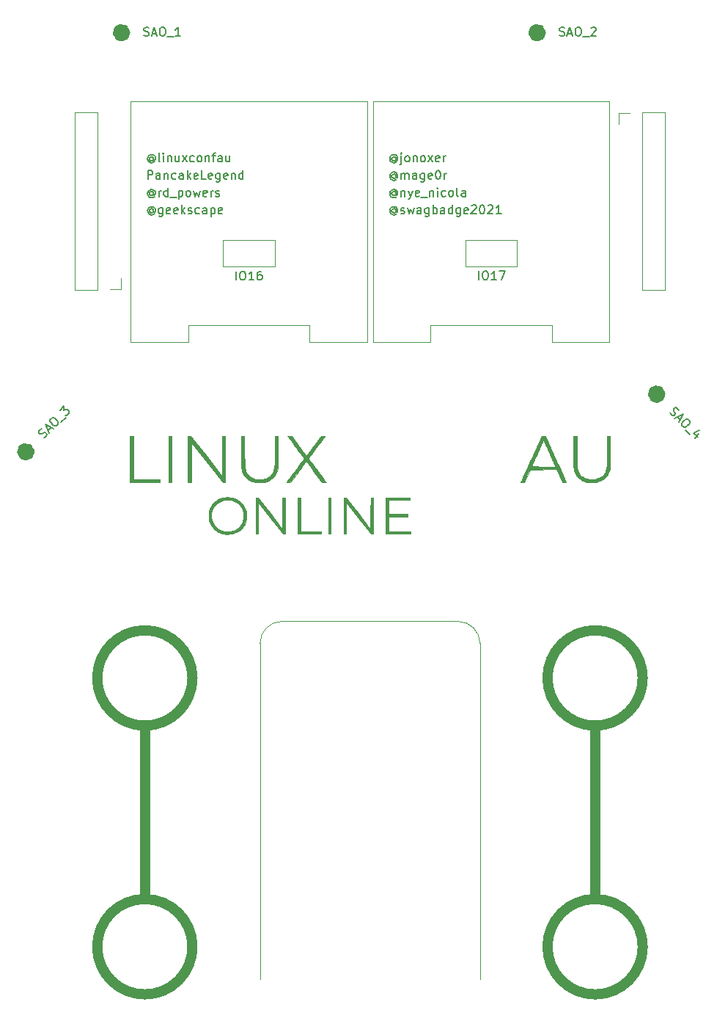
<source format=gbr>
%TF.GenerationSoftware,KiCad,Pcbnew,(5.1.6)-1*%
%TF.CreationDate,2020-10-12T20:20:43+11:00*%
%TF.ProjectId,swag-badge,73776167-2d62-4616-9467-652e6b696361,rev?*%
%TF.SameCoordinates,PX2d4cae0PY916f720*%
%TF.FileFunction,Legend,Top*%
%TF.FilePolarity,Positive*%
%FSLAX46Y46*%
G04 Gerber Fmt 4.6, Leading zero omitted, Abs format (unit mm)*
G04 Created by KiCad (PCBNEW (5.1.6)-1) date 2020-10-12 20:20:43*
%MOMM*%
%LPD*%
G01*
G04 APERTURE LIST*
%ADD10C,0.150000*%
%ADD11C,1.250000*%
%ADD12C,0.120000*%
%ADD13C,1.200000*%
%ADD14C,0.010000*%
G04 APERTURE END LIST*
D10*
X45454642Y99523810D02*
X45407023Y99571429D01*
X45311785Y99619048D01*
X45216547Y99619048D01*
X45121309Y99571429D01*
X45073690Y99523810D01*
X45026071Y99428572D01*
X45026071Y99333334D01*
X45073690Y99238096D01*
X45121309Y99190477D01*
X45216547Y99142858D01*
X45311785Y99142858D01*
X45407023Y99190477D01*
X45454642Y99238096D01*
X45454642Y99619048D02*
X45454642Y99238096D01*
X45502261Y99190477D01*
X45549880Y99190477D01*
X45645119Y99238096D01*
X45692738Y99333334D01*
X45692738Y99571429D01*
X45597500Y99714286D01*
X45454642Y99809524D01*
X45264166Y99857143D01*
X45073690Y99809524D01*
X44930833Y99714286D01*
X44835595Y99571429D01*
X44787976Y99380953D01*
X44835595Y99190477D01*
X44930833Y99047620D01*
X45073690Y98952381D01*
X45264166Y98904762D01*
X45454642Y98952381D01*
X45597500Y99047620D01*
X46073690Y99095239D02*
X46168928Y99047620D01*
X46359404Y99047620D01*
X46454642Y99095239D01*
X46502261Y99190477D01*
X46502261Y99238096D01*
X46454642Y99333334D01*
X46359404Y99380953D01*
X46216547Y99380953D01*
X46121309Y99428572D01*
X46073690Y99523810D01*
X46073690Y99571429D01*
X46121309Y99666667D01*
X46216547Y99714286D01*
X46359404Y99714286D01*
X46454642Y99666667D01*
X46835595Y99714286D02*
X47026071Y99047620D01*
X47216547Y99523810D01*
X47407023Y99047620D01*
X47597500Y99714286D01*
X48407023Y99047620D02*
X48407023Y99571429D01*
X48359404Y99666667D01*
X48264166Y99714286D01*
X48073690Y99714286D01*
X47978452Y99666667D01*
X48407023Y99095239D02*
X48311785Y99047620D01*
X48073690Y99047620D01*
X47978452Y99095239D01*
X47930833Y99190477D01*
X47930833Y99285715D01*
X47978452Y99380953D01*
X48073690Y99428572D01*
X48311785Y99428572D01*
X48407023Y99476191D01*
X49311785Y99714286D02*
X49311785Y98904762D01*
X49264166Y98809524D01*
X49216547Y98761905D01*
X49121309Y98714286D01*
X48978452Y98714286D01*
X48883214Y98761905D01*
X49311785Y99095239D02*
X49216547Y99047620D01*
X49026071Y99047620D01*
X48930833Y99095239D01*
X48883214Y99142858D01*
X48835595Y99238096D01*
X48835595Y99523810D01*
X48883214Y99619048D01*
X48930833Y99666667D01*
X49026071Y99714286D01*
X49216547Y99714286D01*
X49311785Y99666667D01*
X49787976Y99047620D02*
X49787976Y100047620D01*
X49787976Y99666667D02*
X49883214Y99714286D01*
X50073690Y99714286D01*
X50168928Y99666667D01*
X50216547Y99619048D01*
X50264166Y99523810D01*
X50264166Y99238096D01*
X50216547Y99142858D01*
X50168928Y99095239D01*
X50073690Y99047620D01*
X49883214Y99047620D01*
X49787976Y99095239D01*
X51121309Y99047620D02*
X51121309Y99571429D01*
X51073690Y99666667D01*
X50978452Y99714286D01*
X50787976Y99714286D01*
X50692738Y99666667D01*
X51121309Y99095239D02*
X51026071Y99047620D01*
X50787976Y99047620D01*
X50692738Y99095239D01*
X50645119Y99190477D01*
X50645119Y99285715D01*
X50692738Y99380953D01*
X50787976Y99428572D01*
X51026071Y99428572D01*
X51121309Y99476191D01*
X52026071Y99047620D02*
X52026071Y100047620D01*
X52026071Y99095239D02*
X51930833Y99047620D01*
X51740357Y99047620D01*
X51645119Y99095239D01*
X51597500Y99142858D01*
X51549880Y99238096D01*
X51549880Y99523810D01*
X51597500Y99619048D01*
X51645119Y99666667D01*
X51740357Y99714286D01*
X51930833Y99714286D01*
X52026071Y99666667D01*
X52930833Y99714286D02*
X52930833Y98904762D01*
X52883214Y98809524D01*
X52835595Y98761905D01*
X52740357Y98714286D01*
X52597500Y98714286D01*
X52502261Y98761905D01*
X52930833Y99095239D02*
X52835595Y99047620D01*
X52645119Y99047620D01*
X52549880Y99095239D01*
X52502261Y99142858D01*
X52454642Y99238096D01*
X52454642Y99523810D01*
X52502261Y99619048D01*
X52549880Y99666667D01*
X52645119Y99714286D01*
X52835595Y99714286D01*
X52930833Y99666667D01*
X53787976Y99095239D02*
X53692738Y99047620D01*
X53502261Y99047620D01*
X53407023Y99095239D01*
X53359404Y99190477D01*
X53359404Y99571429D01*
X53407023Y99666667D01*
X53502261Y99714286D01*
X53692738Y99714286D01*
X53787976Y99666667D01*
X53835595Y99571429D01*
X53835595Y99476191D01*
X53359404Y99380953D01*
X54216547Y99952381D02*
X54264166Y100000000D01*
X54359404Y100047620D01*
X54597500Y100047620D01*
X54692738Y100000000D01*
X54740357Y99952381D01*
X54787976Y99857143D01*
X54787976Y99761905D01*
X54740357Y99619048D01*
X54168928Y99047620D01*
X54787976Y99047620D01*
X55407023Y100047620D02*
X55502261Y100047620D01*
X55597500Y100000000D01*
X55645119Y99952381D01*
X55692738Y99857143D01*
X55740357Y99666667D01*
X55740357Y99428572D01*
X55692738Y99238096D01*
X55645119Y99142858D01*
X55597500Y99095239D01*
X55502261Y99047620D01*
X55407023Y99047620D01*
X55311785Y99095239D01*
X55264166Y99142858D01*
X55216547Y99238096D01*
X55168928Y99428572D01*
X55168928Y99666667D01*
X55216547Y99857143D01*
X55264166Y99952381D01*
X55311785Y100000000D01*
X55407023Y100047620D01*
X56121309Y99952381D02*
X56168928Y100000000D01*
X56264166Y100047620D01*
X56502261Y100047620D01*
X56597500Y100000000D01*
X56645119Y99952381D01*
X56692738Y99857143D01*
X56692738Y99761905D01*
X56645119Y99619048D01*
X56073690Y99047620D01*
X56692738Y99047620D01*
X57645119Y99047620D02*
X57073690Y99047620D01*
X57359404Y99047620D02*
X57359404Y100047620D01*
X57264166Y99904762D01*
X57168928Y99809524D01*
X57073690Y99761905D01*
X45454642Y101523810D02*
X45407023Y101571429D01*
X45311785Y101619048D01*
X45216547Y101619048D01*
X45121309Y101571429D01*
X45073690Y101523810D01*
X45026071Y101428572D01*
X45026071Y101333334D01*
X45073690Y101238096D01*
X45121309Y101190477D01*
X45216547Y101142858D01*
X45311785Y101142858D01*
X45407023Y101190477D01*
X45454642Y101238096D01*
X45454642Y101619048D02*
X45454642Y101238096D01*
X45502261Y101190477D01*
X45549880Y101190477D01*
X45645119Y101238096D01*
X45692738Y101333334D01*
X45692738Y101571429D01*
X45597500Y101714286D01*
X45454642Y101809524D01*
X45264166Y101857143D01*
X45073690Y101809524D01*
X44930833Y101714286D01*
X44835595Y101571429D01*
X44787976Y101380953D01*
X44835595Y101190477D01*
X44930833Y101047620D01*
X45073690Y100952381D01*
X45264166Y100904762D01*
X45454642Y100952381D01*
X45597500Y101047620D01*
X46121309Y101714286D02*
X46121309Y101047620D01*
X46121309Y101619048D02*
X46168928Y101666667D01*
X46264166Y101714286D01*
X46407023Y101714286D01*
X46502261Y101666667D01*
X46549880Y101571429D01*
X46549880Y101047620D01*
X46930833Y101714286D02*
X47168928Y101047620D01*
X47407023Y101714286D02*
X47168928Y101047620D01*
X47073690Y100809524D01*
X47026071Y100761905D01*
X46930833Y100714286D01*
X48168928Y101095239D02*
X48073690Y101047620D01*
X47883214Y101047620D01*
X47787976Y101095239D01*
X47740357Y101190477D01*
X47740357Y101571429D01*
X47787976Y101666667D01*
X47883214Y101714286D01*
X48073690Y101714286D01*
X48168928Y101666667D01*
X48216547Y101571429D01*
X48216547Y101476191D01*
X47740357Y101380953D01*
X48407023Y100952381D02*
X49168928Y100952381D01*
X49407023Y101714286D02*
X49407023Y101047620D01*
X49407023Y101619048D02*
X49454642Y101666667D01*
X49549880Y101714286D01*
X49692738Y101714286D01*
X49787976Y101666667D01*
X49835595Y101571429D01*
X49835595Y101047620D01*
X50311785Y101047620D02*
X50311785Y101714286D01*
X50311785Y102047620D02*
X50264166Y102000000D01*
X50311785Y101952381D01*
X50359404Y102000000D01*
X50311785Y102047620D01*
X50311785Y101952381D01*
X51216547Y101095239D02*
X51121309Y101047620D01*
X50930833Y101047620D01*
X50835595Y101095239D01*
X50787976Y101142858D01*
X50740357Y101238096D01*
X50740357Y101523810D01*
X50787976Y101619048D01*
X50835595Y101666667D01*
X50930833Y101714286D01*
X51121309Y101714286D01*
X51216547Y101666667D01*
X51787976Y101047620D02*
X51692738Y101095239D01*
X51645119Y101142858D01*
X51597500Y101238096D01*
X51597500Y101523810D01*
X51645119Y101619048D01*
X51692738Y101666667D01*
X51787976Y101714286D01*
X51930833Y101714286D01*
X52026071Y101666667D01*
X52073690Y101619048D01*
X52121309Y101523810D01*
X52121309Y101238096D01*
X52073690Y101142858D01*
X52026071Y101095239D01*
X51930833Y101047620D01*
X51787976Y101047620D01*
X52692738Y101047620D02*
X52597500Y101095239D01*
X52549880Y101190477D01*
X52549880Y102047620D01*
X53502261Y101047620D02*
X53502261Y101571429D01*
X53454642Y101666667D01*
X53359404Y101714286D01*
X53168928Y101714286D01*
X53073690Y101666667D01*
X53502261Y101095239D02*
X53407023Y101047620D01*
X53168928Y101047620D01*
X53073690Y101095239D01*
X53026071Y101190477D01*
X53026071Y101285715D01*
X53073690Y101380953D01*
X53168928Y101428572D01*
X53407023Y101428572D01*
X53502261Y101476191D01*
X45454642Y103523810D02*
X45407023Y103571429D01*
X45311785Y103619048D01*
X45216547Y103619048D01*
X45121309Y103571429D01*
X45073690Y103523810D01*
X45026071Y103428572D01*
X45026071Y103333334D01*
X45073690Y103238096D01*
X45121309Y103190477D01*
X45216547Y103142858D01*
X45311785Y103142858D01*
X45407023Y103190477D01*
X45454642Y103238096D01*
X45454642Y103619048D02*
X45454642Y103238096D01*
X45502261Y103190477D01*
X45549880Y103190477D01*
X45645119Y103238096D01*
X45692738Y103333334D01*
X45692738Y103571429D01*
X45597500Y103714286D01*
X45454642Y103809524D01*
X45264166Y103857143D01*
X45073690Y103809524D01*
X44930833Y103714286D01*
X44835595Y103571429D01*
X44787976Y103380953D01*
X44835595Y103190477D01*
X44930833Y103047620D01*
X45073690Y102952381D01*
X45264166Y102904762D01*
X45454642Y102952381D01*
X45597500Y103047620D01*
X46121309Y103047620D02*
X46121309Y103714286D01*
X46121309Y103619048D02*
X46168928Y103666667D01*
X46264166Y103714286D01*
X46407023Y103714286D01*
X46502261Y103666667D01*
X46549880Y103571429D01*
X46549880Y103047620D01*
X46549880Y103571429D02*
X46597500Y103666667D01*
X46692738Y103714286D01*
X46835595Y103714286D01*
X46930833Y103666667D01*
X46978452Y103571429D01*
X46978452Y103047620D01*
X47883214Y103047620D02*
X47883214Y103571429D01*
X47835595Y103666667D01*
X47740357Y103714286D01*
X47549880Y103714286D01*
X47454642Y103666667D01*
X47883214Y103095239D02*
X47787976Y103047620D01*
X47549880Y103047620D01*
X47454642Y103095239D01*
X47407023Y103190477D01*
X47407023Y103285715D01*
X47454642Y103380953D01*
X47549880Y103428572D01*
X47787976Y103428572D01*
X47883214Y103476191D01*
X48787976Y103714286D02*
X48787976Y102904762D01*
X48740357Y102809524D01*
X48692738Y102761905D01*
X48597500Y102714286D01*
X48454642Y102714286D01*
X48359404Y102761905D01*
X48787976Y103095239D02*
X48692738Y103047620D01*
X48502261Y103047620D01*
X48407023Y103095239D01*
X48359404Y103142858D01*
X48311785Y103238096D01*
X48311785Y103523810D01*
X48359404Y103619048D01*
X48407023Y103666667D01*
X48502261Y103714286D01*
X48692738Y103714286D01*
X48787976Y103666667D01*
X49645119Y103095239D02*
X49549880Y103047620D01*
X49359404Y103047620D01*
X49264166Y103095239D01*
X49216547Y103190477D01*
X49216547Y103571429D01*
X49264166Y103666667D01*
X49359404Y103714286D01*
X49549880Y103714286D01*
X49645119Y103666667D01*
X49692738Y103571429D01*
X49692738Y103476191D01*
X49216547Y103380953D01*
X50311785Y104047620D02*
X50407023Y104047620D01*
X50502261Y104000000D01*
X50549880Y103952381D01*
X50597500Y103857143D01*
X50645119Y103666667D01*
X50645119Y103428572D01*
X50597500Y103238096D01*
X50549880Y103142858D01*
X50502261Y103095239D01*
X50407023Y103047620D01*
X50311785Y103047620D01*
X50216547Y103095239D01*
X50168928Y103142858D01*
X50121309Y103238096D01*
X50073690Y103428572D01*
X50073690Y103666667D01*
X50121309Y103857143D01*
X50168928Y103952381D01*
X50216547Y104000000D01*
X50311785Y104047620D01*
X51073690Y103047620D02*
X51073690Y103714286D01*
X51073690Y103523810D02*
X51121309Y103619048D01*
X51168928Y103666667D01*
X51264166Y103714286D01*
X51359404Y103714286D01*
X45454642Y105523810D02*
X45407023Y105571429D01*
X45311785Y105619048D01*
X45216547Y105619048D01*
X45121309Y105571429D01*
X45073690Y105523810D01*
X45026071Y105428572D01*
X45026071Y105333334D01*
X45073690Y105238096D01*
X45121309Y105190477D01*
X45216547Y105142858D01*
X45311785Y105142858D01*
X45407023Y105190477D01*
X45454642Y105238096D01*
X45454642Y105619048D02*
X45454642Y105238096D01*
X45502261Y105190477D01*
X45549880Y105190477D01*
X45645119Y105238096D01*
X45692738Y105333334D01*
X45692738Y105571429D01*
X45597500Y105714286D01*
X45454642Y105809524D01*
X45264166Y105857143D01*
X45073690Y105809524D01*
X44930833Y105714286D01*
X44835595Y105571429D01*
X44787976Y105380953D01*
X44835595Y105190477D01*
X44930833Y105047620D01*
X45073690Y104952381D01*
X45264166Y104904762D01*
X45454642Y104952381D01*
X45597500Y105047620D01*
X46121309Y105714286D02*
X46121309Y104857143D01*
X46073690Y104761905D01*
X45978452Y104714286D01*
X45930833Y104714286D01*
X46121309Y106047620D02*
X46073690Y106000000D01*
X46121309Y105952381D01*
X46168928Y106000000D01*
X46121309Y106047620D01*
X46121309Y105952381D01*
X46740357Y105047620D02*
X46645119Y105095239D01*
X46597500Y105142858D01*
X46549880Y105238096D01*
X46549880Y105523810D01*
X46597500Y105619048D01*
X46645119Y105666667D01*
X46740357Y105714286D01*
X46883214Y105714286D01*
X46978452Y105666667D01*
X47026071Y105619048D01*
X47073690Y105523810D01*
X47073690Y105238096D01*
X47026071Y105142858D01*
X46978452Y105095239D01*
X46883214Y105047620D01*
X46740357Y105047620D01*
X47502261Y105714286D02*
X47502261Y105047620D01*
X47502261Y105619048D02*
X47549880Y105666667D01*
X47645119Y105714286D01*
X47787976Y105714286D01*
X47883214Y105666667D01*
X47930833Y105571429D01*
X47930833Y105047620D01*
X48549880Y105047620D02*
X48454642Y105095239D01*
X48407023Y105142858D01*
X48359404Y105238096D01*
X48359404Y105523810D01*
X48407023Y105619048D01*
X48454642Y105666667D01*
X48549880Y105714286D01*
X48692738Y105714286D01*
X48787976Y105666667D01*
X48835595Y105619048D01*
X48883214Y105523810D01*
X48883214Y105238096D01*
X48835595Y105142858D01*
X48787976Y105095239D01*
X48692738Y105047620D01*
X48549880Y105047620D01*
X49216547Y105047620D02*
X49740357Y105714286D01*
X49216547Y105714286D02*
X49740357Y105047620D01*
X50502261Y105095239D02*
X50407023Y105047620D01*
X50216547Y105047620D01*
X50121309Y105095239D01*
X50073690Y105190477D01*
X50073690Y105571429D01*
X50121309Y105666667D01*
X50216547Y105714286D01*
X50407023Y105714286D01*
X50502261Y105666667D01*
X50549880Y105571429D01*
X50549880Y105476191D01*
X50073690Y105380953D01*
X50978452Y105047620D02*
X50978452Y105714286D01*
X50978452Y105523810D02*
X51026071Y105619048D01*
X51073690Y105666667D01*
X51168928Y105714286D01*
X51264166Y105714286D01*
X17454642Y99523810D02*
X17407023Y99571429D01*
X17311785Y99619048D01*
X17216547Y99619048D01*
X17121309Y99571429D01*
X17073690Y99523810D01*
X17026071Y99428572D01*
X17026071Y99333334D01*
X17073690Y99238096D01*
X17121309Y99190477D01*
X17216547Y99142858D01*
X17311785Y99142858D01*
X17407023Y99190477D01*
X17454642Y99238096D01*
X17454642Y99619048D02*
X17454642Y99238096D01*
X17502261Y99190477D01*
X17549880Y99190477D01*
X17645119Y99238096D01*
X17692738Y99333334D01*
X17692738Y99571429D01*
X17597500Y99714286D01*
X17454642Y99809524D01*
X17264166Y99857143D01*
X17073690Y99809524D01*
X16930833Y99714286D01*
X16835595Y99571429D01*
X16787976Y99380953D01*
X16835595Y99190477D01*
X16930833Y99047620D01*
X17073690Y98952381D01*
X17264166Y98904762D01*
X17454642Y98952381D01*
X17597500Y99047620D01*
X18549880Y99714286D02*
X18549880Y98904762D01*
X18502261Y98809524D01*
X18454642Y98761905D01*
X18359404Y98714286D01*
X18216547Y98714286D01*
X18121309Y98761905D01*
X18549880Y99095239D02*
X18454642Y99047620D01*
X18264166Y99047620D01*
X18168928Y99095239D01*
X18121309Y99142858D01*
X18073690Y99238096D01*
X18073690Y99523810D01*
X18121309Y99619048D01*
X18168928Y99666667D01*
X18264166Y99714286D01*
X18454642Y99714286D01*
X18549880Y99666667D01*
X19407023Y99095239D02*
X19311785Y99047620D01*
X19121309Y99047620D01*
X19026071Y99095239D01*
X18978452Y99190477D01*
X18978452Y99571429D01*
X19026071Y99666667D01*
X19121309Y99714286D01*
X19311785Y99714286D01*
X19407023Y99666667D01*
X19454642Y99571429D01*
X19454642Y99476191D01*
X18978452Y99380953D01*
X20264166Y99095239D02*
X20168928Y99047620D01*
X19978452Y99047620D01*
X19883214Y99095239D01*
X19835595Y99190477D01*
X19835595Y99571429D01*
X19883214Y99666667D01*
X19978452Y99714286D01*
X20168928Y99714286D01*
X20264166Y99666667D01*
X20311785Y99571429D01*
X20311785Y99476191D01*
X19835595Y99380953D01*
X20740357Y99047620D02*
X20740357Y100047620D01*
X20835595Y99428572D02*
X21121309Y99047620D01*
X21121309Y99714286D02*
X20740357Y99333334D01*
X21502261Y99095239D02*
X21597500Y99047620D01*
X21787976Y99047620D01*
X21883214Y99095239D01*
X21930833Y99190477D01*
X21930833Y99238096D01*
X21883214Y99333334D01*
X21787976Y99380953D01*
X21645119Y99380953D01*
X21549880Y99428572D01*
X21502261Y99523810D01*
X21502261Y99571429D01*
X21549880Y99666667D01*
X21645119Y99714286D01*
X21787976Y99714286D01*
X21883214Y99666667D01*
X22787976Y99095239D02*
X22692738Y99047620D01*
X22502261Y99047620D01*
X22407023Y99095239D01*
X22359404Y99142858D01*
X22311785Y99238096D01*
X22311785Y99523810D01*
X22359404Y99619048D01*
X22407023Y99666667D01*
X22502261Y99714286D01*
X22692738Y99714286D01*
X22787976Y99666667D01*
X23645119Y99047620D02*
X23645119Y99571429D01*
X23597500Y99666667D01*
X23502261Y99714286D01*
X23311785Y99714286D01*
X23216547Y99666667D01*
X23645119Y99095239D02*
X23549880Y99047620D01*
X23311785Y99047620D01*
X23216547Y99095239D01*
X23168928Y99190477D01*
X23168928Y99285715D01*
X23216547Y99380953D01*
X23311785Y99428572D01*
X23549880Y99428572D01*
X23645119Y99476191D01*
X24121309Y99714286D02*
X24121309Y98714286D01*
X24121309Y99666667D02*
X24216547Y99714286D01*
X24407023Y99714286D01*
X24502261Y99666667D01*
X24549880Y99619048D01*
X24597500Y99523810D01*
X24597500Y99238096D01*
X24549880Y99142858D01*
X24502261Y99095239D01*
X24407023Y99047620D01*
X24216547Y99047620D01*
X24121309Y99095239D01*
X25407023Y99095239D02*
X25311785Y99047620D01*
X25121309Y99047620D01*
X25026071Y99095239D01*
X24978452Y99190477D01*
X24978452Y99571429D01*
X25026071Y99666667D01*
X25121309Y99714286D01*
X25311785Y99714286D01*
X25407023Y99666667D01*
X25454642Y99571429D01*
X25454642Y99476191D01*
X24978452Y99380953D01*
X17454642Y101523810D02*
X17407023Y101571429D01*
X17311785Y101619048D01*
X17216547Y101619048D01*
X17121309Y101571429D01*
X17073690Y101523810D01*
X17026071Y101428572D01*
X17026071Y101333334D01*
X17073690Y101238096D01*
X17121309Y101190477D01*
X17216547Y101142858D01*
X17311785Y101142858D01*
X17407023Y101190477D01*
X17454642Y101238096D01*
X17454642Y101619048D02*
X17454642Y101238096D01*
X17502261Y101190477D01*
X17549880Y101190477D01*
X17645119Y101238096D01*
X17692738Y101333334D01*
X17692738Y101571429D01*
X17597500Y101714286D01*
X17454642Y101809524D01*
X17264166Y101857143D01*
X17073690Y101809524D01*
X16930833Y101714286D01*
X16835595Y101571429D01*
X16787976Y101380953D01*
X16835595Y101190477D01*
X16930833Y101047620D01*
X17073690Y100952381D01*
X17264166Y100904762D01*
X17454642Y100952381D01*
X17597500Y101047620D01*
X18121309Y101047620D02*
X18121309Y101714286D01*
X18121309Y101523810D02*
X18168928Y101619048D01*
X18216547Y101666667D01*
X18311785Y101714286D01*
X18407023Y101714286D01*
X19168928Y101047620D02*
X19168928Y102047620D01*
X19168928Y101095239D02*
X19073690Y101047620D01*
X18883214Y101047620D01*
X18787976Y101095239D01*
X18740357Y101142858D01*
X18692738Y101238096D01*
X18692738Y101523810D01*
X18740357Y101619048D01*
X18787976Y101666667D01*
X18883214Y101714286D01*
X19073690Y101714286D01*
X19168928Y101666667D01*
X19407023Y100952381D02*
X20168928Y100952381D01*
X20407023Y101714286D02*
X20407023Y100714286D01*
X20407023Y101666667D02*
X20502261Y101714286D01*
X20692738Y101714286D01*
X20787976Y101666667D01*
X20835595Y101619048D01*
X20883214Y101523810D01*
X20883214Y101238096D01*
X20835595Y101142858D01*
X20787976Y101095239D01*
X20692738Y101047620D01*
X20502261Y101047620D01*
X20407023Y101095239D01*
X21454642Y101047620D02*
X21359404Y101095239D01*
X21311785Y101142858D01*
X21264166Y101238096D01*
X21264166Y101523810D01*
X21311785Y101619048D01*
X21359404Y101666667D01*
X21454642Y101714286D01*
X21597500Y101714286D01*
X21692738Y101666667D01*
X21740357Y101619048D01*
X21787976Y101523810D01*
X21787976Y101238096D01*
X21740357Y101142858D01*
X21692738Y101095239D01*
X21597500Y101047620D01*
X21454642Y101047620D01*
X22121309Y101714286D02*
X22311785Y101047620D01*
X22502261Y101523810D01*
X22692738Y101047620D01*
X22883214Y101714286D01*
X23645119Y101095239D02*
X23549880Y101047620D01*
X23359404Y101047620D01*
X23264166Y101095239D01*
X23216547Y101190477D01*
X23216547Y101571429D01*
X23264166Y101666667D01*
X23359404Y101714286D01*
X23549880Y101714286D01*
X23645119Y101666667D01*
X23692738Y101571429D01*
X23692738Y101476191D01*
X23216547Y101380953D01*
X24121309Y101047620D02*
X24121309Y101714286D01*
X24121309Y101523810D02*
X24168928Y101619048D01*
X24216547Y101666667D01*
X24311785Y101714286D01*
X24407023Y101714286D01*
X24692738Y101095239D02*
X24787976Y101047620D01*
X24978452Y101047620D01*
X25073690Y101095239D01*
X25121309Y101190477D01*
X25121309Y101238096D01*
X25073690Y101333334D01*
X24978452Y101380953D01*
X24835595Y101380953D01*
X24740357Y101428572D01*
X24692738Y101523810D01*
X24692738Y101571429D01*
X24740357Y101666667D01*
X24835595Y101714286D01*
X24978452Y101714286D01*
X25073690Y101666667D01*
X16835595Y103047620D02*
X16835595Y104047620D01*
X17216547Y104047620D01*
X17311785Y104000000D01*
X17359404Y103952381D01*
X17407023Y103857143D01*
X17407023Y103714286D01*
X17359404Y103619048D01*
X17311785Y103571429D01*
X17216547Y103523810D01*
X16835595Y103523810D01*
X18264166Y103047620D02*
X18264166Y103571429D01*
X18216547Y103666667D01*
X18121309Y103714286D01*
X17930833Y103714286D01*
X17835595Y103666667D01*
X18264166Y103095239D02*
X18168928Y103047620D01*
X17930833Y103047620D01*
X17835595Y103095239D01*
X17787976Y103190477D01*
X17787976Y103285715D01*
X17835595Y103380953D01*
X17930833Y103428572D01*
X18168928Y103428572D01*
X18264166Y103476191D01*
X18740357Y103714286D02*
X18740357Y103047620D01*
X18740357Y103619048D02*
X18787976Y103666667D01*
X18883214Y103714286D01*
X19026071Y103714286D01*
X19121309Y103666667D01*
X19168928Y103571429D01*
X19168928Y103047620D01*
X20073690Y103095239D02*
X19978452Y103047620D01*
X19787976Y103047620D01*
X19692738Y103095239D01*
X19645119Y103142858D01*
X19597500Y103238096D01*
X19597500Y103523810D01*
X19645119Y103619048D01*
X19692738Y103666667D01*
X19787976Y103714286D01*
X19978452Y103714286D01*
X20073690Y103666667D01*
X20930833Y103047620D02*
X20930833Y103571429D01*
X20883214Y103666667D01*
X20787976Y103714286D01*
X20597500Y103714286D01*
X20502261Y103666667D01*
X20930833Y103095239D02*
X20835595Y103047620D01*
X20597500Y103047620D01*
X20502261Y103095239D01*
X20454642Y103190477D01*
X20454642Y103285715D01*
X20502261Y103380953D01*
X20597500Y103428572D01*
X20835595Y103428572D01*
X20930833Y103476191D01*
X21407023Y103047620D02*
X21407023Y104047620D01*
X21502261Y103428572D02*
X21787976Y103047620D01*
X21787976Y103714286D02*
X21407023Y103333334D01*
X22597500Y103095239D02*
X22502261Y103047620D01*
X22311785Y103047620D01*
X22216547Y103095239D01*
X22168928Y103190477D01*
X22168928Y103571429D01*
X22216547Y103666667D01*
X22311785Y103714286D01*
X22502261Y103714286D01*
X22597500Y103666667D01*
X22645119Y103571429D01*
X22645119Y103476191D01*
X22168928Y103380953D01*
X23549880Y103047620D02*
X23073690Y103047620D01*
X23073690Y104047620D01*
X24264166Y103095239D02*
X24168928Y103047620D01*
X23978452Y103047620D01*
X23883214Y103095239D01*
X23835595Y103190477D01*
X23835595Y103571429D01*
X23883214Y103666667D01*
X23978452Y103714286D01*
X24168928Y103714286D01*
X24264166Y103666667D01*
X24311785Y103571429D01*
X24311785Y103476191D01*
X23835595Y103380953D01*
X25168928Y103714286D02*
X25168928Y102904762D01*
X25121309Y102809524D01*
X25073690Y102761905D01*
X24978452Y102714286D01*
X24835595Y102714286D01*
X24740357Y102761905D01*
X25168928Y103095239D02*
X25073690Y103047620D01*
X24883214Y103047620D01*
X24787976Y103095239D01*
X24740357Y103142858D01*
X24692738Y103238096D01*
X24692738Y103523810D01*
X24740357Y103619048D01*
X24787976Y103666667D01*
X24883214Y103714286D01*
X25073690Y103714286D01*
X25168928Y103666667D01*
X26026071Y103095239D02*
X25930833Y103047620D01*
X25740357Y103047620D01*
X25645119Y103095239D01*
X25597500Y103190477D01*
X25597500Y103571429D01*
X25645119Y103666667D01*
X25740357Y103714286D01*
X25930833Y103714286D01*
X26026071Y103666667D01*
X26073690Y103571429D01*
X26073690Y103476191D01*
X25597500Y103380953D01*
X26502261Y103714286D02*
X26502261Y103047620D01*
X26502261Y103619048D02*
X26549880Y103666667D01*
X26645119Y103714286D01*
X26787976Y103714286D01*
X26883214Y103666667D01*
X26930833Y103571429D01*
X26930833Y103047620D01*
X27835595Y103047620D02*
X27835595Y104047620D01*
X27835595Y103095239D02*
X27740357Y103047620D01*
X27549880Y103047620D01*
X27454642Y103095239D01*
X27407023Y103142858D01*
X27359404Y103238096D01*
X27359404Y103523810D01*
X27407023Y103619048D01*
X27454642Y103666667D01*
X27549880Y103714286D01*
X27740357Y103714286D01*
X27835595Y103666667D01*
X17454642Y105523810D02*
X17407023Y105571429D01*
X17311785Y105619048D01*
X17216547Y105619048D01*
X17121309Y105571429D01*
X17073690Y105523810D01*
X17026071Y105428572D01*
X17026071Y105333334D01*
X17073690Y105238096D01*
X17121309Y105190477D01*
X17216547Y105142858D01*
X17311785Y105142858D01*
X17407023Y105190477D01*
X17454642Y105238096D01*
X17454642Y105619048D02*
X17454642Y105238096D01*
X17502261Y105190477D01*
X17549880Y105190477D01*
X17645119Y105238096D01*
X17692738Y105333334D01*
X17692738Y105571429D01*
X17597500Y105714286D01*
X17454642Y105809524D01*
X17264166Y105857143D01*
X17073690Y105809524D01*
X16930833Y105714286D01*
X16835595Y105571429D01*
X16787976Y105380953D01*
X16835595Y105190477D01*
X16930833Y105047620D01*
X17073690Y104952381D01*
X17264166Y104904762D01*
X17454642Y104952381D01*
X17597500Y105047620D01*
X18264166Y105047620D02*
X18168928Y105095239D01*
X18121309Y105190477D01*
X18121309Y106047620D01*
X18645119Y105047620D02*
X18645119Y105714286D01*
X18645119Y106047620D02*
X18597500Y106000000D01*
X18645119Y105952381D01*
X18692738Y106000000D01*
X18645119Y106047620D01*
X18645119Y105952381D01*
X19121309Y105714286D02*
X19121309Y105047620D01*
X19121309Y105619048D02*
X19168928Y105666667D01*
X19264166Y105714286D01*
X19407023Y105714286D01*
X19502261Y105666667D01*
X19549880Y105571429D01*
X19549880Y105047620D01*
X20454642Y105714286D02*
X20454642Y105047620D01*
X20026071Y105714286D02*
X20026071Y105190477D01*
X20073690Y105095239D01*
X20168928Y105047620D01*
X20311785Y105047620D01*
X20407023Y105095239D01*
X20454642Y105142858D01*
X20835595Y105047620D02*
X21359404Y105714286D01*
X20835595Y105714286D02*
X21359404Y105047620D01*
X22168928Y105095239D02*
X22073690Y105047620D01*
X21883214Y105047620D01*
X21787976Y105095239D01*
X21740357Y105142858D01*
X21692738Y105238096D01*
X21692738Y105523810D01*
X21740357Y105619048D01*
X21787976Y105666667D01*
X21883214Y105714286D01*
X22073690Y105714286D01*
X22168928Y105666667D01*
X22740357Y105047620D02*
X22645119Y105095239D01*
X22597500Y105142858D01*
X22549880Y105238096D01*
X22549880Y105523810D01*
X22597500Y105619048D01*
X22645119Y105666667D01*
X22740357Y105714286D01*
X22883214Y105714286D01*
X22978452Y105666667D01*
X23026071Y105619048D01*
X23073690Y105523810D01*
X23073690Y105238096D01*
X23026071Y105142858D01*
X22978452Y105095239D01*
X22883214Y105047620D01*
X22740357Y105047620D01*
X23502261Y105714286D02*
X23502261Y105047620D01*
X23502261Y105619048D02*
X23549880Y105666667D01*
X23645119Y105714286D01*
X23787976Y105714286D01*
X23883214Y105666667D01*
X23930833Y105571429D01*
X23930833Y105047620D01*
X24264166Y105714286D02*
X24645119Y105714286D01*
X24407023Y105047620D02*
X24407023Y105904762D01*
X24454642Y106000000D01*
X24549880Y106047620D01*
X24645119Y106047620D01*
X25407023Y105047620D02*
X25407023Y105571429D01*
X25359404Y105666667D01*
X25264166Y105714286D01*
X25073690Y105714286D01*
X24978452Y105666667D01*
X25407023Y105095239D02*
X25311785Y105047620D01*
X25073690Y105047620D01*
X24978452Y105095239D01*
X24930833Y105190477D01*
X24930833Y105285715D01*
X24978452Y105380953D01*
X25073690Y105428572D01*
X25311785Y105428572D01*
X25407023Y105476191D01*
X26311785Y105714286D02*
X26311785Y105047620D01*
X25883214Y105714286D02*
X25883214Y105190477D01*
X25930833Y105095239D01*
X26026071Y105047620D01*
X26168928Y105047620D01*
X26264166Y105095239D01*
X26311785Y105142858D01*
D11*
%TO.C,J6*%
X3133636Y71601974D02*
G75*
G03*
X3133636Y71601974I-381000J0D01*
G01*
D12*
%TO.C,J7*%
X52659999Y52029999D02*
X32340001Y52029999D01*
X29800001Y49490000D02*
X29800001Y10755000D01*
X55199999Y10755000D02*
X55199999Y49490000D01*
X52659999Y52030000D02*
G75*
G02*
X55199999Y49490000I0J-2540000D01*
G01*
X29800002Y49490000D02*
G75*
G02*
X32340001Y52029999I2539999J0D01*
G01*
D11*
%TO.C,J4*%
X14182000Y119929000D02*
G75*
G03*
X14182000Y119929000I-381000J0D01*
G01*
D12*
%TO.C,J1*%
X35499999Y84200001D02*
X42150000Y84200001D01*
X42150000Y84200001D02*
X42150000Y112000000D01*
X42150000Y112000000D02*
X14850000Y112000000D01*
X14850000Y112000000D02*
X14850000Y84200001D01*
X14850000Y84200001D02*
X21500000Y84200001D01*
X35499999Y84200001D02*
X35499999Y86200001D01*
X35499999Y86200001D02*
X21500000Y86200001D01*
X21500000Y86200001D02*
X21500000Y84200001D01*
%TO.C,SW4*%
X54500000Y93000000D02*
X58500000Y93000000D01*
X54500000Y96000000D02*
X58500000Y96000000D01*
%TO.C,SW3*%
X30500000Y96000000D02*
X26500000Y96000000D01*
X30500000Y93000000D02*
X26500000Y93000000D01*
%TO.C,J2*%
X63499999Y84200001D02*
X70150000Y84200001D01*
X70150000Y84200001D02*
X70150000Y112000000D01*
X70150000Y112000000D02*
X42850000Y112000000D01*
X42850000Y112000000D02*
X42850000Y84200001D01*
X42850000Y84200001D02*
X49500000Y84200001D01*
X63499999Y84200001D02*
X63499999Y86200001D01*
X63499999Y86200001D02*
X49500000Y86200001D01*
X49500000Y86200001D02*
X49500000Y84200001D01*
D11*
%TO.C,J5*%
X75982974Y78247364D02*
G75*
G03*
X75982974Y78247364I-381000J0D01*
G01*
%TO.C,J3*%
X62182000Y119929000D02*
G75*
G03*
X62182000Y119929000I-381000J0D01*
G01*
D12*
%TO.C,SW1*%
X31500000Y96000000D02*
X31500000Y93000000D01*
X25500000Y96000000D02*
X31500000Y96000000D01*
X25500000Y93000000D02*
X25500000Y96000000D01*
X31500000Y93000000D02*
X25500000Y93000000D01*
%TO.C,SW2*%
X53500000Y93000000D02*
X53500000Y96000000D01*
X59500000Y93000000D02*
X53500000Y93000000D01*
X59500000Y96000000D02*
X59500000Y93000000D01*
X53500000Y96000000D02*
X59500000Y96000000D01*
D13*
%TO.C,T1*%
X22000000Y14500000D02*
G75*
G03*
X22000000Y14500000I-5500000J0D01*
G01*
X22000000Y45500000D02*
G75*
G03*
X22000000Y45500000I-5500000J0D01*
G01*
X16500000Y20000000D02*
X16500000Y40000000D01*
%TO.C,T2*%
X74000000Y14500000D02*
G75*
G03*
X74000000Y14500000I-5500000J0D01*
G01*
X74000000Y45500000D02*
G75*
G03*
X74000000Y45500000I-5500000J0D01*
G01*
X68500000Y20000000D02*
X68500000Y40000000D01*
D12*
%TO.C,J12*%
X11060000Y90280000D02*
X11060000Y110720000D01*
X11060000Y110720000D02*
X8400000Y110720000D01*
X8400000Y110720000D02*
X8400000Y90280000D01*
X8400000Y90280000D02*
X11060000Y90280000D01*
X13770000Y91610000D02*
X13770000Y90340000D01*
X13770000Y90340000D02*
X12500000Y90340000D01*
%TO.C,J13*%
X73940000Y110720000D02*
X73940000Y90280000D01*
X73940000Y90280000D02*
X76600000Y90280000D01*
X76600000Y90280000D02*
X76600000Y110720000D01*
X76600000Y110720000D02*
X73940000Y110720000D01*
X71230000Y109390000D02*
X71230000Y110660000D01*
X71230000Y110660000D02*
X72500000Y110660000D01*
D14*
%TO.C,L1*%
G36*
X26196180Y66336932D02*
G01*
X26299049Y66330492D01*
X26389723Y66320882D01*
X26431330Y66314451D01*
X26653425Y66266184D01*
X26860729Y66202765D01*
X27053247Y66124192D01*
X27230980Y66030465D01*
X27311880Y65979535D01*
X27473763Y65859160D01*
X27621953Y65723180D01*
X27755767Y65572701D01*
X27874521Y65408828D01*
X27977530Y65232667D01*
X28064109Y65045322D01*
X28133575Y64847899D01*
X28185242Y64641504D01*
X28203522Y64539558D01*
X28212622Y64462885D01*
X28218785Y64371447D01*
X28222018Y64270935D01*
X28222326Y64167035D01*
X28219715Y64065437D01*
X28214190Y63971827D01*
X28205758Y63891895D01*
X28202843Y63872531D01*
X28158641Y63657527D01*
X28098444Y63456211D01*
X28021980Y63268089D01*
X27928980Y63092668D01*
X27819173Y62929454D01*
X27692288Y62777953D01*
X27548056Y62637672D01*
X27507029Y62602429D01*
X27354008Y62487212D01*
X27185893Y62384406D01*
X27005585Y62295263D01*
X26815984Y62221032D01*
X26619993Y62162965D01*
X26420511Y62122312D01*
X26379024Y62116184D01*
X26291604Y62106433D01*
X26193375Y62099331D01*
X26091128Y62095094D01*
X25991654Y62093936D01*
X25901747Y62096073D01*
X25850771Y62099410D01*
X25629340Y62128606D01*
X25417494Y62175820D01*
X25215954Y62240379D01*
X25025445Y62321608D01*
X24846690Y62418833D01*
X24680412Y62531381D01*
X24527335Y62658577D01*
X24388182Y62799747D01*
X24263676Y62954218D01*
X24154540Y63121315D01*
X24061498Y63300364D01*
X23985274Y63490693D01*
X23926590Y63691625D01*
X23886170Y63902488D01*
X23881855Y63933952D01*
X23868377Y64088196D01*
X23866478Y64216632D01*
X24178454Y64216632D01*
X24178841Y64136214D01*
X24179811Y64072626D01*
X24181700Y64021521D01*
X24184847Y63978556D01*
X24189587Y63939385D01*
X24196257Y63899663D01*
X24205194Y63855046D01*
X24207221Y63845443D01*
X24252601Y63670510D01*
X24312809Y63500707D01*
X24386087Y63340169D01*
X24470675Y63193028D01*
X24508759Y63136770D01*
X24566592Y63062298D01*
X24637220Y62982129D01*
X24715368Y62901614D01*
X24795766Y62826100D01*
X24873139Y62760937D01*
X24897874Y62742049D01*
X24969377Y62693394D01*
X25054669Y62642245D01*
X25147241Y62592139D01*
X25240583Y62546615D01*
X25321384Y62511882D01*
X25457922Y62465516D01*
X25614097Y62426852D01*
X25789810Y62395909D01*
X25903710Y62381158D01*
X25961597Y62377172D01*
X26033580Y62376218D01*
X26112810Y62378200D01*
X26192439Y62383022D01*
X26222150Y62385654D01*
X26405524Y62411968D01*
X26585709Y62454228D01*
X26759537Y62511264D01*
X26923841Y62581907D01*
X27075453Y62664986D01*
X27190121Y62743106D01*
X27271462Y62809343D01*
X27355467Y62886491D01*
X27437270Y62969537D01*
X27512002Y63053465D01*
X27574796Y63133258D01*
X27590793Y63155953D01*
X27689777Y63319461D01*
X27770959Y63492897D01*
X27834072Y63674319D01*
X27878850Y63861783D01*
X27905024Y64053345D01*
X27912329Y64247064D01*
X27900497Y64440995D01*
X27869261Y64633196D01*
X27819292Y64818848D01*
X27786557Y64908170D01*
X27744609Y65005417D01*
X27696708Y65104000D01*
X27646114Y65197328D01*
X27596088Y65278809D01*
X27580330Y65301876D01*
X27534466Y65361293D01*
X27475824Y65428823D01*
X27408746Y65500120D01*
X27337579Y65570841D01*
X27266666Y65636641D01*
X27200353Y65693175D01*
X27153064Y65729142D01*
X27001762Y65823587D01*
X26837124Y65903805D01*
X26662145Y65969045D01*
X26479821Y66018559D01*
X26293148Y66051597D01*
X26105121Y66067410D01*
X25918736Y66065249D01*
X25837119Y66058313D01*
X25636591Y66026711D01*
X25444859Y65976877D01*
X25262859Y65909551D01*
X25091526Y65825472D01*
X24931797Y65725380D01*
X24784607Y65610017D01*
X24650893Y65480121D01*
X24531591Y65336433D01*
X24427635Y65179693D01*
X24339963Y65010641D01*
X24269509Y64830016D01*
X24264565Y64814840D01*
X24236524Y64723126D01*
X24215011Y64641033D01*
X24199261Y64563242D01*
X24188508Y64484435D01*
X24181985Y64399293D01*
X24178928Y64302497D01*
X24178454Y64216632D01*
X23866478Y64216632D01*
X23865943Y64252764D01*
X23874245Y64420108D01*
X23892975Y64582677D01*
X23912861Y64693081D01*
X23941359Y64807033D01*
X23979456Y64928590D01*
X24024608Y65050980D01*
X24074271Y65167433D01*
X24125901Y65271176D01*
X24138570Y65293899D01*
X24240214Y65453160D01*
X24357635Y65604340D01*
X24487971Y65744430D01*
X24628359Y65870419D01*
X24775936Y65979299D01*
X24813172Y66003214D01*
X24992265Y66102620D01*
X25185232Y66186271D01*
X25391617Y66254002D01*
X25610965Y66305650D01*
X25691955Y66320100D01*
X25773067Y66330144D01*
X25869561Y66336808D01*
X25975921Y66340132D01*
X26086632Y66340159D01*
X26196180Y66336932D01*
G37*
X26196180Y66336932D02*
X26299049Y66330492D01*
X26389723Y66320882D01*
X26431330Y66314451D01*
X26653425Y66266184D01*
X26860729Y66202765D01*
X27053247Y66124192D01*
X27230980Y66030465D01*
X27311880Y65979535D01*
X27473763Y65859160D01*
X27621953Y65723180D01*
X27755767Y65572701D01*
X27874521Y65408828D01*
X27977530Y65232667D01*
X28064109Y65045322D01*
X28133575Y64847899D01*
X28185242Y64641504D01*
X28203522Y64539558D01*
X28212622Y64462885D01*
X28218785Y64371447D01*
X28222018Y64270935D01*
X28222326Y64167035D01*
X28219715Y64065437D01*
X28214190Y63971827D01*
X28205758Y63891895D01*
X28202843Y63872531D01*
X28158641Y63657527D01*
X28098444Y63456211D01*
X28021980Y63268089D01*
X27928980Y63092668D01*
X27819173Y62929454D01*
X27692288Y62777953D01*
X27548056Y62637672D01*
X27507029Y62602429D01*
X27354008Y62487212D01*
X27185893Y62384406D01*
X27005585Y62295263D01*
X26815984Y62221032D01*
X26619993Y62162965D01*
X26420511Y62122312D01*
X26379024Y62116184D01*
X26291604Y62106433D01*
X26193375Y62099331D01*
X26091128Y62095094D01*
X25991654Y62093936D01*
X25901747Y62096073D01*
X25850771Y62099410D01*
X25629340Y62128606D01*
X25417494Y62175820D01*
X25215954Y62240379D01*
X25025445Y62321608D01*
X24846690Y62418833D01*
X24680412Y62531381D01*
X24527335Y62658577D01*
X24388182Y62799747D01*
X24263676Y62954218D01*
X24154540Y63121315D01*
X24061498Y63300364D01*
X23985274Y63490693D01*
X23926590Y63691625D01*
X23886170Y63902488D01*
X23881855Y63933952D01*
X23868377Y64088196D01*
X23866478Y64216632D01*
X24178454Y64216632D01*
X24178841Y64136214D01*
X24179811Y64072626D01*
X24181700Y64021521D01*
X24184847Y63978556D01*
X24189587Y63939385D01*
X24196257Y63899663D01*
X24205194Y63855046D01*
X24207221Y63845443D01*
X24252601Y63670510D01*
X24312809Y63500707D01*
X24386087Y63340169D01*
X24470675Y63193028D01*
X24508759Y63136770D01*
X24566592Y63062298D01*
X24637220Y62982129D01*
X24715368Y62901614D01*
X24795766Y62826100D01*
X24873139Y62760937D01*
X24897874Y62742049D01*
X24969377Y62693394D01*
X25054669Y62642245D01*
X25147241Y62592139D01*
X25240583Y62546615D01*
X25321384Y62511882D01*
X25457922Y62465516D01*
X25614097Y62426852D01*
X25789810Y62395909D01*
X25903710Y62381158D01*
X25961597Y62377172D01*
X26033580Y62376218D01*
X26112810Y62378200D01*
X26192439Y62383022D01*
X26222150Y62385654D01*
X26405524Y62411968D01*
X26585709Y62454228D01*
X26759537Y62511264D01*
X26923841Y62581907D01*
X27075453Y62664986D01*
X27190121Y62743106D01*
X27271462Y62809343D01*
X27355467Y62886491D01*
X27437270Y62969537D01*
X27512002Y63053465D01*
X27574796Y63133258D01*
X27590793Y63155953D01*
X27689777Y63319461D01*
X27770959Y63492897D01*
X27834072Y63674319D01*
X27878850Y63861783D01*
X27905024Y64053345D01*
X27912329Y64247064D01*
X27900497Y64440995D01*
X27869261Y64633196D01*
X27819292Y64818848D01*
X27786557Y64908170D01*
X27744609Y65005417D01*
X27696708Y65104000D01*
X27646114Y65197328D01*
X27596088Y65278809D01*
X27580330Y65301876D01*
X27534466Y65361293D01*
X27475824Y65428823D01*
X27408746Y65500120D01*
X27337579Y65570841D01*
X27266666Y65636641D01*
X27200353Y65693175D01*
X27153064Y65729142D01*
X27001762Y65823587D01*
X26837124Y65903805D01*
X26662145Y65969045D01*
X26479821Y66018559D01*
X26293148Y66051597D01*
X26105121Y66067410D01*
X25918736Y66065249D01*
X25837119Y66058313D01*
X25636591Y66026711D01*
X25444859Y65976877D01*
X25262859Y65909551D01*
X25091526Y65825472D01*
X24931797Y65725380D01*
X24784607Y65610017D01*
X24650893Y65480121D01*
X24531591Y65336433D01*
X24427635Y65179693D01*
X24339963Y65010641D01*
X24269509Y64830016D01*
X24264565Y64814840D01*
X24236524Y64723126D01*
X24215011Y64641033D01*
X24199261Y64563242D01*
X24188508Y64484435D01*
X24181985Y64399293D01*
X24178928Y64302497D01*
X24178454Y64216632D01*
X23866478Y64216632D01*
X23865943Y64252764D01*
X23874245Y64420108D01*
X23892975Y64582677D01*
X23912861Y64693081D01*
X23941359Y64807033D01*
X23979456Y64928590D01*
X24024608Y65050980D01*
X24074271Y65167433D01*
X24125901Y65271176D01*
X24138570Y65293899D01*
X24240214Y65453160D01*
X24357635Y65604340D01*
X24487971Y65744430D01*
X24628359Y65870419D01*
X24775936Y65979299D01*
X24813172Y66003214D01*
X24992265Y66102620D01*
X25185232Y66186271D01*
X25391617Y66254002D01*
X25610965Y66305650D01*
X25691955Y66320100D01*
X25773067Y66330144D01*
X25869561Y66336808D01*
X25975921Y66340132D01*
X26086632Y66340159D01*
X26196180Y66336932D01*
G36*
X29566614Y66307712D02*
G01*
X30985599Y64495968D01*
X32404585Y62684225D01*
X32407262Y64498615D01*
X32409939Y66313006D01*
X32706336Y66313006D01*
X32706336Y62109038D01*
X32575145Y62112002D01*
X32443954Y62114965D01*
X31021393Y63935451D01*
X29598833Y65755936D01*
X29596156Y63932804D01*
X29593479Y62109671D01*
X29286494Y62109671D01*
X29286494Y66313620D01*
X29566614Y66307712D01*
G37*
X29566614Y66307712D02*
X30985599Y64495968D01*
X32404585Y62684225D01*
X32407262Y64498615D01*
X32409939Y66313006D01*
X32706336Y66313006D01*
X32706336Y62109038D01*
X32575145Y62112002D01*
X32443954Y62114965D01*
X31021393Y63935451D01*
X29598833Y65755936D01*
X29596156Y63932804D01*
X29593479Y62109671D01*
X29286494Y62109671D01*
X29286494Y66313620D01*
X29566614Y66307712D01*
G36*
X37989621Y62109671D02*
G01*
X37682576Y62109671D01*
X37682576Y66313006D01*
X37989621Y66313006D01*
X37989621Y62109671D01*
G37*
X37989621Y62109671D02*
X37682576Y62109671D01*
X37682576Y66313006D01*
X37989621Y66313006D01*
X37989621Y62109671D01*
G36*
X41145667Y64495902D02*
G01*
X42568820Y62678799D01*
X42571497Y64495902D01*
X42574175Y66313006D01*
X42870571Y66313006D01*
X42870571Y62109056D01*
X42730562Y62112011D01*
X42590552Y62114965D01*
X41176810Y63932675D01*
X39763068Y65750384D01*
X39760391Y63930028D01*
X39757714Y62109671D01*
X39450730Y62109671D01*
X39450730Y66313006D01*
X39722514Y66313006D01*
X41145667Y64495902D01*
G37*
X41145667Y64495902D02*
X42568820Y62678799D01*
X42571497Y64495902D01*
X42574175Y66313006D01*
X42870571Y66313006D01*
X42870571Y62109056D01*
X42730562Y62112011D01*
X42590552Y62114965D01*
X41176810Y63932675D01*
X39763068Y65750384D01*
X39760391Y63930028D01*
X39757714Y62109671D01*
X39450730Y62109671D01*
X39450730Y66313006D01*
X39722514Y66313006D01*
X41145667Y64495902D01*
G36*
X34474489Y62395540D02*
G01*
X36888495Y62395540D01*
X36888495Y62130847D01*
X34167445Y62130847D01*
X34167445Y66313006D01*
X34474489Y66313006D01*
X34474489Y62395540D01*
G37*
X34474489Y62395540D02*
X36888495Y62395540D01*
X36888495Y62130847D01*
X34167445Y62130847D01*
X34167445Y66313006D01*
X34474489Y66313006D01*
X34474489Y62395540D01*
G36*
X47137432Y66048312D02*
G01*
X44638724Y66048312D01*
X44638724Y64396624D01*
X46872739Y64396624D01*
X46872739Y64131930D01*
X44638724Y64131930D01*
X44638724Y62406128D01*
X45055190Y62406128D01*
X45134109Y62406035D01*
X45231482Y62405767D01*
X45344588Y62405338D01*
X45470707Y62404763D01*
X45607118Y62404057D01*
X45751100Y62403235D01*
X45899933Y62402311D01*
X46050895Y62401300D01*
X46201267Y62400218D01*
X46346895Y62399091D01*
X47222134Y62392053D01*
X47222134Y62130847D01*
X44331680Y62130847D01*
X44331680Y66313006D01*
X47137432Y66313006D01*
X47137432Y66048312D01*
G37*
X47137432Y66048312D02*
X44638724Y66048312D01*
X44638724Y64396624D01*
X46872739Y64396624D01*
X46872739Y64131930D01*
X44638724Y64131930D01*
X44638724Y62406128D01*
X45055190Y62406128D01*
X45134109Y62406035D01*
X45231482Y62405767D01*
X45344588Y62405338D01*
X45470707Y62404763D01*
X45607118Y62404057D01*
X45751100Y62403235D01*
X45899933Y62402311D01*
X46050895Y62401300D01*
X46201267Y62400218D01*
X46346895Y62399091D01*
X47222134Y62392053D01*
X47222134Y62130847D01*
X44331680Y62130847D01*
X44331680Y66313006D01*
X47137432Y66313006D01*
X47137432Y66048312D01*
G36*
X28008068Y71704815D02*
G01*
X28011495Y70013423D01*
X28035301Y69865194D01*
X28073005Y69668335D01*
X28120275Y69489463D01*
X28177727Y69327375D01*
X28245976Y69180867D01*
X28325638Y69048735D01*
X28417327Y68929777D01*
X28521659Y68822788D01*
X28603585Y68753559D01*
X28759654Y68644562D01*
X28923906Y68555083D01*
X29096427Y68485086D01*
X29277307Y68434537D01*
X29466634Y68403401D01*
X29503608Y68399674D01*
X29575854Y68394997D01*
X29660633Y68392578D01*
X29752847Y68392291D01*
X29847399Y68394013D01*
X29939191Y68397618D01*
X30023123Y68402983D01*
X30094099Y68409982D01*
X30128478Y68414937D01*
X30299912Y68453160D01*
X30465191Y68507942D01*
X30622284Y68578047D01*
X30769159Y68662237D01*
X30903782Y68759274D01*
X31024124Y68867922D01*
X31128150Y68986943D01*
X31174822Y69052072D01*
X31257866Y69191629D01*
X31327896Y69341821D01*
X31385363Y69504144D01*
X31430715Y69680099D01*
X31464401Y69871181D01*
X31486871Y70078890D01*
X31488334Y70098125D01*
X31489896Y70130488D01*
X31491354Y70183319D01*
X31492704Y70255910D01*
X31493942Y70347551D01*
X31495063Y70457535D01*
X31496063Y70585154D01*
X31496936Y70729700D01*
X31497679Y70890465D01*
X31498287Y71066741D01*
X31498756Y71257819D01*
X31499081Y71462992D01*
X31499257Y71681552D01*
X31499290Y71821280D01*
X31499333Y73396207D01*
X31891080Y73396207D01*
X31890936Y71868925D01*
X31890846Y71685036D01*
X31890617Y71504804D01*
X31890257Y71329609D01*
X31889774Y71160834D01*
X31889177Y70999859D01*
X31888475Y70848066D01*
X31887675Y70706837D01*
X31886786Y70577553D01*
X31885816Y70461596D01*
X31884774Y70360346D01*
X31883668Y70275186D01*
X31882506Y70207497D01*
X31881297Y70158660D01*
X31880450Y70136883D01*
X31861006Y69894674D01*
X31827863Y69668413D01*
X31780881Y69457781D01*
X31719918Y69262459D01*
X31644832Y69082129D01*
X31555484Y68916473D01*
X31451731Y68765172D01*
X31333433Y68627906D01*
X31200448Y68504358D01*
X31134056Y68451858D01*
X30958497Y68333020D01*
X30773347Y68232915D01*
X30579611Y68151943D01*
X30378294Y68090503D01*
X30170402Y68048996D01*
X30096457Y68039272D01*
X30053196Y68035858D01*
X29992867Y68033227D01*
X29919561Y68031372D01*
X29837370Y68030286D01*
X29750387Y68029962D01*
X29662704Y68030392D01*
X29578413Y68031569D01*
X29501605Y68033486D01*
X29436373Y68036134D01*
X29386810Y68039508D01*
X29376490Y68040560D01*
X29207571Y68068257D01*
X29034040Y68112877D01*
X28861131Y68172595D01*
X28694077Y68245587D01*
X28538111Y68330029D01*
X28527256Y68336620D01*
X28373611Y68441002D01*
X28235110Y68557097D01*
X28111348Y68685602D01*
X28001922Y68827215D01*
X27906427Y68982635D01*
X27824459Y69152560D01*
X27755613Y69337687D01*
X27699484Y69538715D01*
X27655670Y69756342D01*
X27638311Y69871176D01*
X27635942Y69890156D01*
X27633779Y69911323D01*
X27631812Y69935709D01*
X27630026Y69964344D01*
X27628412Y69998261D01*
X27626955Y70038491D01*
X27625643Y70086065D01*
X27624466Y70142015D01*
X27623409Y70207373D01*
X27622462Y70283170D01*
X27621611Y70370437D01*
X27620845Y70470207D01*
X27620151Y70583510D01*
X27619517Y70711377D01*
X27618930Y70854842D01*
X27618379Y71014934D01*
X27617852Y71192686D01*
X27617336Y71389129D01*
X27616818Y71605295D01*
X27616603Y71699521D01*
X27612783Y73396207D01*
X28004642Y73396207D01*
X28008068Y71704815D01*
G37*
X28008068Y71704815D02*
X28011495Y70013423D01*
X28035301Y69865194D01*
X28073005Y69668335D01*
X28120275Y69489463D01*
X28177727Y69327375D01*
X28245976Y69180867D01*
X28325638Y69048735D01*
X28417327Y68929777D01*
X28521659Y68822788D01*
X28603585Y68753559D01*
X28759654Y68644562D01*
X28923906Y68555083D01*
X29096427Y68485086D01*
X29277307Y68434537D01*
X29466634Y68403401D01*
X29503608Y68399674D01*
X29575854Y68394997D01*
X29660633Y68392578D01*
X29752847Y68392291D01*
X29847399Y68394013D01*
X29939191Y68397618D01*
X30023123Y68402983D01*
X30094099Y68409982D01*
X30128478Y68414937D01*
X30299912Y68453160D01*
X30465191Y68507942D01*
X30622284Y68578047D01*
X30769159Y68662237D01*
X30903782Y68759274D01*
X31024124Y68867922D01*
X31128150Y68986943D01*
X31174822Y69052072D01*
X31257866Y69191629D01*
X31327896Y69341821D01*
X31385363Y69504144D01*
X31430715Y69680099D01*
X31464401Y69871181D01*
X31486871Y70078890D01*
X31488334Y70098125D01*
X31489896Y70130488D01*
X31491354Y70183319D01*
X31492704Y70255910D01*
X31493942Y70347551D01*
X31495063Y70457535D01*
X31496063Y70585154D01*
X31496936Y70729700D01*
X31497679Y70890465D01*
X31498287Y71066741D01*
X31498756Y71257819D01*
X31499081Y71462992D01*
X31499257Y71681552D01*
X31499290Y71821280D01*
X31499333Y73396207D01*
X31891080Y73396207D01*
X31890936Y71868925D01*
X31890846Y71685036D01*
X31890617Y71504804D01*
X31890257Y71329609D01*
X31889774Y71160834D01*
X31889177Y70999859D01*
X31888475Y70848066D01*
X31887675Y70706837D01*
X31886786Y70577553D01*
X31885816Y70461596D01*
X31884774Y70360346D01*
X31883668Y70275186D01*
X31882506Y70207497D01*
X31881297Y70158660D01*
X31880450Y70136883D01*
X31861006Y69894674D01*
X31827863Y69668413D01*
X31780881Y69457781D01*
X31719918Y69262459D01*
X31644832Y69082129D01*
X31555484Y68916473D01*
X31451731Y68765172D01*
X31333433Y68627906D01*
X31200448Y68504358D01*
X31134056Y68451858D01*
X30958497Y68333020D01*
X30773347Y68232915D01*
X30579611Y68151943D01*
X30378294Y68090503D01*
X30170402Y68048996D01*
X30096457Y68039272D01*
X30053196Y68035858D01*
X29992867Y68033227D01*
X29919561Y68031372D01*
X29837370Y68030286D01*
X29750387Y68029962D01*
X29662704Y68030392D01*
X29578413Y68031569D01*
X29501605Y68033486D01*
X29436373Y68036134D01*
X29386810Y68039508D01*
X29376490Y68040560D01*
X29207571Y68068257D01*
X29034040Y68112877D01*
X28861131Y68172595D01*
X28694077Y68245587D01*
X28538111Y68330029D01*
X28527256Y68336620D01*
X28373611Y68441002D01*
X28235110Y68557097D01*
X28111348Y68685602D01*
X28001922Y68827215D01*
X27906427Y68982635D01*
X27824459Y69152560D01*
X27755613Y69337687D01*
X27699484Y69538715D01*
X27655670Y69756342D01*
X27638311Y69871176D01*
X27635942Y69890156D01*
X27633779Y69911323D01*
X27631812Y69935709D01*
X27630026Y69964344D01*
X27628412Y69998261D01*
X27626955Y70038491D01*
X27625643Y70086065D01*
X27624466Y70142015D01*
X27623409Y70207373D01*
X27622462Y70283170D01*
X27621611Y70370437D01*
X27620845Y70470207D01*
X27620151Y70583510D01*
X27619517Y70711377D01*
X27618930Y70854842D01*
X27618379Y71014934D01*
X27617852Y71192686D01*
X27617336Y71389129D01*
X27616818Y71605295D01*
X27616603Y71699521D01*
X27612783Y73396207D01*
X28004642Y73396207D01*
X28008068Y71704815D01*
G36*
X66378216Y71710109D02*
G01*
X66378705Y71487028D01*
X66379187Y71284089D01*
X66379674Y71100258D01*
X66380179Y70934503D01*
X66380714Y70785790D01*
X66381292Y70653085D01*
X66381925Y70535355D01*
X66382626Y70431566D01*
X66383408Y70340686D01*
X66384282Y70261680D01*
X66385262Y70193516D01*
X66386360Y70135160D01*
X66387589Y70085578D01*
X66388961Y70043737D01*
X66390488Y70008604D01*
X66392184Y69979145D01*
X66394060Y69954326D01*
X66396130Y69933115D01*
X66398405Y69914478D01*
X66400151Y69902251D01*
X66433410Y69715241D01*
X66474462Y69545943D01*
X66524097Y69392084D01*
X66583106Y69251392D01*
X66652279Y69121595D01*
X66695330Y69053449D01*
X66768956Y68955508D01*
X66853807Y68866108D01*
X66952224Y68783331D01*
X67066550Y68705258D01*
X67199130Y68629969D01*
X67234766Y68611677D01*
X67413177Y68531140D01*
X67590530Y68470466D01*
X67770282Y68428828D01*
X67955886Y68405397D01*
X68122343Y68399179D01*
X68326604Y68409207D01*
X68524562Y68439349D01*
X68716466Y68489693D01*
X68902569Y68560326D01*
X69083125Y68651337D01*
X69258383Y68762813D01*
X69340498Y68823461D01*
X69438183Y68911910D01*
X69526833Y69019105D01*
X69606199Y69144524D01*
X69676029Y69287645D01*
X69736073Y69447947D01*
X69786080Y69624906D01*
X69825799Y69818002D01*
X69829851Y69842165D01*
X69832830Y69860613D01*
X69835540Y69878581D01*
X69837997Y69897111D01*
X69840215Y69917246D01*
X69842209Y69940029D01*
X69843994Y69966501D01*
X69845584Y69997707D01*
X69846995Y70034687D01*
X69848240Y70078485D01*
X69849336Y70130143D01*
X69850296Y70190704D01*
X69851136Y70261211D01*
X69851870Y70342705D01*
X69852513Y70436229D01*
X69853080Y70542827D01*
X69853585Y70663540D01*
X69854044Y70799410D01*
X69854471Y70951482D01*
X69854881Y71120796D01*
X69855289Y71308396D01*
X69855710Y71515325D01*
X69856053Y71688933D01*
X69859405Y73396207D01*
X70250479Y73396207D01*
X70250370Y71768341D01*
X70250335Y71542490D01*
X70250248Y71336703D01*
X70250087Y71149871D01*
X70249831Y70980883D01*
X70249459Y70828629D01*
X70248950Y70691999D01*
X70248283Y70569882D01*
X70247436Y70461167D01*
X70246388Y70364745D01*
X70245118Y70279504D01*
X70243605Y70204335D01*
X70241828Y70138127D01*
X70239765Y70079769D01*
X70237396Y70028152D01*
X70234698Y69982164D01*
X70231651Y69940696D01*
X70228234Y69902637D01*
X70224426Y69866877D01*
X70220204Y69832305D01*
X70215549Y69797810D01*
X70212323Y69775198D01*
X70178187Y69588095D01*
X70131423Y69407788D01*
X70072946Y69236124D01*
X70003673Y69074951D01*
X69924518Y68926117D01*
X69836399Y68791471D01*
X69740229Y68672859D01*
X69636926Y68572130D01*
X69601977Y68543558D01*
X69420519Y68415249D01*
X69228231Y68304422D01*
X69026822Y68211602D01*
X68818003Y68137315D01*
X68603484Y68082085D01*
X68384977Y68046438D01*
X68164192Y68030899D01*
X67947645Y68035659D01*
X67735082Y68060346D01*
X67523202Y68104715D01*
X67314799Y68167733D01*
X67112665Y68248365D01*
X66919592Y68345577D01*
X66738374Y68458335D01*
X66666625Y68509963D01*
X66599890Y68562860D01*
X66542973Y68614977D01*
X66489519Y68672679D01*
X66433175Y68742328D01*
X66428504Y68748409D01*
X66321980Y68903710D01*
X66230371Y69072147D01*
X66153515Y69254202D01*
X66091253Y69450356D01*
X66043425Y69661092D01*
X66009872Y69886892D01*
X65994683Y70055774D01*
X65993224Y70088393D01*
X65991847Y70141298D01*
X65990559Y70213599D01*
X65989365Y70304406D01*
X65988272Y70412829D01*
X65987283Y70537977D01*
X65986406Y70678962D01*
X65985645Y70834894D01*
X65985006Y71004882D01*
X65984495Y71188037D01*
X65984117Y71383469D01*
X65983877Y71590288D01*
X65983782Y71805398D01*
X65983618Y73396207D01*
X66374627Y73396207D01*
X66378216Y71710109D01*
G37*
X66378216Y71710109D02*
X66378705Y71487028D01*
X66379187Y71284089D01*
X66379674Y71100258D01*
X66380179Y70934503D01*
X66380714Y70785790D01*
X66381292Y70653085D01*
X66381925Y70535355D01*
X66382626Y70431566D01*
X66383408Y70340686D01*
X66384282Y70261680D01*
X66385262Y70193516D01*
X66386360Y70135160D01*
X66387589Y70085578D01*
X66388961Y70043737D01*
X66390488Y70008604D01*
X66392184Y69979145D01*
X66394060Y69954326D01*
X66396130Y69933115D01*
X66398405Y69914478D01*
X66400151Y69902251D01*
X66433410Y69715241D01*
X66474462Y69545943D01*
X66524097Y69392084D01*
X66583106Y69251392D01*
X66652279Y69121595D01*
X66695330Y69053449D01*
X66768956Y68955508D01*
X66853807Y68866108D01*
X66952224Y68783331D01*
X67066550Y68705258D01*
X67199130Y68629969D01*
X67234766Y68611677D01*
X67413177Y68531140D01*
X67590530Y68470466D01*
X67770282Y68428828D01*
X67955886Y68405397D01*
X68122343Y68399179D01*
X68326604Y68409207D01*
X68524562Y68439349D01*
X68716466Y68489693D01*
X68902569Y68560326D01*
X69083125Y68651337D01*
X69258383Y68762813D01*
X69340498Y68823461D01*
X69438183Y68911910D01*
X69526833Y69019105D01*
X69606199Y69144524D01*
X69676029Y69287645D01*
X69736073Y69447947D01*
X69786080Y69624906D01*
X69825799Y69818002D01*
X69829851Y69842165D01*
X69832830Y69860613D01*
X69835540Y69878581D01*
X69837997Y69897111D01*
X69840215Y69917246D01*
X69842209Y69940029D01*
X69843994Y69966501D01*
X69845584Y69997707D01*
X69846995Y70034687D01*
X69848240Y70078485D01*
X69849336Y70130143D01*
X69850296Y70190704D01*
X69851136Y70261211D01*
X69851870Y70342705D01*
X69852513Y70436229D01*
X69853080Y70542827D01*
X69853585Y70663540D01*
X69854044Y70799410D01*
X69854471Y70951482D01*
X69854881Y71120796D01*
X69855289Y71308396D01*
X69855710Y71515325D01*
X69856053Y71688933D01*
X69859405Y73396207D01*
X70250479Y73396207D01*
X70250370Y71768341D01*
X70250335Y71542490D01*
X70250248Y71336703D01*
X70250087Y71149871D01*
X70249831Y70980883D01*
X70249459Y70828629D01*
X70248950Y70691999D01*
X70248283Y70569882D01*
X70247436Y70461167D01*
X70246388Y70364745D01*
X70245118Y70279504D01*
X70243605Y70204335D01*
X70241828Y70138127D01*
X70239765Y70079769D01*
X70237396Y70028152D01*
X70234698Y69982164D01*
X70231651Y69940696D01*
X70228234Y69902637D01*
X70224426Y69866877D01*
X70220204Y69832305D01*
X70215549Y69797810D01*
X70212323Y69775198D01*
X70178187Y69588095D01*
X70131423Y69407788D01*
X70072946Y69236124D01*
X70003673Y69074951D01*
X69924518Y68926117D01*
X69836399Y68791471D01*
X69740229Y68672859D01*
X69636926Y68572130D01*
X69601977Y68543558D01*
X69420519Y68415249D01*
X69228231Y68304422D01*
X69026822Y68211602D01*
X68818003Y68137315D01*
X68603484Y68082085D01*
X68384977Y68046438D01*
X68164192Y68030899D01*
X67947645Y68035659D01*
X67735082Y68060346D01*
X67523202Y68104715D01*
X67314799Y68167733D01*
X67112665Y68248365D01*
X66919592Y68345577D01*
X66738374Y68458335D01*
X66666625Y68509963D01*
X66599890Y68562860D01*
X66542973Y68614977D01*
X66489519Y68672679D01*
X66433175Y68742328D01*
X66428504Y68748409D01*
X66321980Y68903710D01*
X66230371Y69072147D01*
X66153515Y69254202D01*
X66091253Y69450356D01*
X66043425Y69661092D01*
X66009872Y69886892D01*
X65994683Y70055774D01*
X65993224Y70088393D01*
X65991847Y70141298D01*
X65990559Y70213599D01*
X65989365Y70304406D01*
X65988272Y70412829D01*
X65987283Y70537977D01*
X65986406Y70678962D01*
X65985645Y70834894D01*
X65985006Y71004882D01*
X65984495Y71188037D01*
X65984117Y71383469D01*
X65983877Y71590288D01*
X65983782Y71805398D01*
X65983618Y73396207D01*
X66374627Y73396207D01*
X66378216Y71710109D01*
G36*
X63945186Y70736036D02*
G01*
X64048496Y70511836D01*
X64149539Y70292564D01*
X64247955Y70079004D01*
X64343382Y69871942D01*
X64435458Y69672162D01*
X64523822Y69480449D01*
X64608111Y69297586D01*
X64687964Y69124359D01*
X64763020Y68961552D01*
X64832916Y68809950D01*
X64897291Y68670337D01*
X64955783Y68543497D01*
X65008031Y68430216D01*
X65053673Y68331278D01*
X65092346Y68247466D01*
X65123690Y68179567D01*
X65147343Y68128364D01*
X65162942Y68094642D01*
X65170127Y68079185D01*
X65170553Y68078291D01*
X65172594Y68071967D01*
X65169774Y68067311D01*
X65159521Y68064122D01*
X65139262Y68062203D01*
X65106425Y68061352D01*
X65058438Y68061370D01*
X64992727Y68062058D01*
X64965852Y68062410D01*
X64751773Y68065278D01*
X64073629Y69552926D01*
X60981501Y69547562D01*
X60313881Y68060696D01*
X59886051Y68059984D01*
X59909387Y68110452D01*
X59915774Y68124296D01*
X59930656Y68156568D01*
X59953663Y68206467D01*
X59984426Y68273191D01*
X60022573Y68355937D01*
X60067736Y68453903D01*
X60119546Y68566287D01*
X60177631Y68692287D01*
X60241622Y68831101D01*
X60311151Y68981926D01*
X60385846Y69143962D01*
X60465338Y69316405D01*
X60549257Y69498453D01*
X60637234Y69689305D01*
X60728899Y69888158D01*
X60734198Y69899655D01*
X61144880Y69899655D01*
X61155251Y69898529D01*
X61185382Y69897396D01*
X61233857Y69896273D01*
X61299259Y69895171D01*
X61380172Y69894107D01*
X61475182Y69893094D01*
X61582871Y69892146D01*
X61701823Y69891278D01*
X61830623Y69890503D01*
X61967855Y69889836D01*
X62112103Y69889292D01*
X62206440Y69889016D01*
X62363045Y69888592D01*
X62519538Y69888134D01*
X62673859Y69887648D01*
X62823950Y69887145D01*
X62967751Y69886630D01*
X63103203Y69886112D01*
X63228247Y69885600D01*
X63340823Y69885101D01*
X63438872Y69884622D01*
X63520334Y69884172D01*
X63583151Y69883760D01*
X63594670Y69883671D01*
X63686481Y69883004D01*
X63759265Y69882695D01*
X63815169Y69882850D01*
X63856339Y69883575D01*
X63884922Y69884976D01*
X63903065Y69887161D01*
X63912915Y69890236D01*
X63916618Y69894306D01*
X63916322Y69899478D01*
X63916287Y69899604D01*
X63911354Y69911368D01*
X63898263Y69941083D01*
X63877585Y69987488D01*
X63849890Y70049327D01*
X63815747Y70125339D01*
X63775727Y70214267D01*
X63730400Y70314851D01*
X63680337Y70425832D01*
X63626108Y70545951D01*
X63568282Y70673951D01*
X63507431Y70808571D01*
X63444124Y70948553D01*
X63378931Y71092639D01*
X63312424Y71239569D01*
X63245171Y71388084D01*
X63177743Y71536926D01*
X63110711Y71684836D01*
X63044645Y71830556D01*
X62980115Y71972825D01*
X62917690Y72110386D01*
X62857942Y72241979D01*
X62801441Y72366346D01*
X62748756Y72482228D01*
X62700459Y72588366D01*
X62657118Y72683502D01*
X62619305Y72766375D01*
X62587590Y72835729D01*
X62562542Y72890303D01*
X62544733Y72928839D01*
X62534732Y72950078D01*
X62532725Y72953987D01*
X62527881Y72945219D01*
X62514892Y72918399D01*
X62494326Y72874776D01*
X62466749Y72815598D01*
X62432730Y72742114D01*
X62392835Y72655571D01*
X62347631Y72557218D01*
X62297687Y72448304D01*
X62243568Y72330077D01*
X62185842Y72203785D01*
X62125078Y72070677D01*
X62061841Y71932002D01*
X61996699Y71789007D01*
X61930219Y71642941D01*
X61862969Y71495053D01*
X61795516Y71346591D01*
X61728427Y71198803D01*
X61662270Y71052938D01*
X61597611Y70910244D01*
X61535019Y70771969D01*
X61475059Y70639363D01*
X61418300Y70513673D01*
X61365308Y70396148D01*
X61316652Y70288036D01*
X61272898Y70190586D01*
X61234613Y70105046D01*
X61202366Y70032664D01*
X61176722Y69974689D01*
X61158249Y69932370D01*
X61147515Y69906955D01*
X61144880Y69899655D01*
X60734198Y69899655D01*
X60823882Y70094210D01*
X60921813Y70306659D01*
X61022322Y70524703D01*
X61125040Y70747540D01*
X61134431Y70767912D01*
X62336140Y73374903D01*
X62532669Y73374967D01*
X62729198Y73375032D01*
X63945186Y70736036D01*
G37*
X63945186Y70736036D02*
X64048496Y70511836D01*
X64149539Y70292564D01*
X64247955Y70079004D01*
X64343382Y69871942D01*
X64435458Y69672162D01*
X64523822Y69480449D01*
X64608111Y69297586D01*
X64687964Y69124359D01*
X64763020Y68961552D01*
X64832916Y68809950D01*
X64897291Y68670337D01*
X64955783Y68543497D01*
X65008031Y68430216D01*
X65053673Y68331278D01*
X65092346Y68247466D01*
X65123690Y68179567D01*
X65147343Y68128364D01*
X65162942Y68094642D01*
X65170127Y68079185D01*
X65170553Y68078291D01*
X65172594Y68071967D01*
X65169774Y68067311D01*
X65159521Y68064122D01*
X65139262Y68062203D01*
X65106425Y68061352D01*
X65058438Y68061370D01*
X64992727Y68062058D01*
X64965852Y68062410D01*
X64751773Y68065278D01*
X64073629Y69552926D01*
X60981501Y69547562D01*
X60313881Y68060696D01*
X59886051Y68059984D01*
X59909387Y68110452D01*
X59915774Y68124296D01*
X59930656Y68156568D01*
X59953663Y68206467D01*
X59984426Y68273191D01*
X60022573Y68355937D01*
X60067736Y68453903D01*
X60119546Y68566287D01*
X60177631Y68692287D01*
X60241622Y68831101D01*
X60311151Y68981926D01*
X60385846Y69143962D01*
X60465338Y69316405D01*
X60549257Y69498453D01*
X60637234Y69689305D01*
X60728899Y69888158D01*
X60734198Y69899655D01*
X61144880Y69899655D01*
X61155251Y69898529D01*
X61185382Y69897396D01*
X61233857Y69896273D01*
X61299259Y69895171D01*
X61380172Y69894107D01*
X61475182Y69893094D01*
X61582871Y69892146D01*
X61701823Y69891278D01*
X61830623Y69890503D01*
X61967855Y69889836D01*
X62112103Y69889292D01*
X62206440Y69889016D01*
X62363045Y69888592D01*
X62519538Y69888134D01*
X62673859Y69887648D01*
X62823950Y69887145D01*
X62967751Y69886630D01*
X63103203Y69886112D01*
X63228247Y69885600D01*
X63340823Y69885101D01*
X63438872Y69884622D01*
X63520334Y69884172D01*
X63583151Y69883760D01*
X63594670Y69883671D01*
X63686481Y69883004D01*
X63759265Y69882695D01*
X63815169Y69882850D01*
X63856339Y69883575D01*
X63884922Y69884976D01*
X63903065Y69887161D01*
X63912915Y69890236D01*
X63916618Y69894306D01*
X63916322Y69899478D01*
X63916287Y69899604D01*
X63911354Y69911368D01*
X63898263Y69941083D01*
X63877585Y69987488D01*
X63849890Y70049327D01*
X63815747Y70125339D01*
X63775727Y70214267D01*
X63730400Y70314851D01*
X63680337Y70425832D01*
X63626108Y70545951D01*
X63568282Y70673951D01*
X63507431Y70808571D01*
X63444124Y70948553D01*
X63378931Y71092639D01*
X63312424Y71239569D01*
X63245171Y71388084D01*
X63177743Y71536926D01*
X63110711Y71684836D01*
X63044645Y71830556D01*
X62980115Y71972825D01*
X62917690Y72110386D01*
X62857942Y72241979D01*
X62801441Y72366346D01*
X62748756Y72482228D01*
X62700459Y72588366D01*
X62657118Y72683502D01*
X62619305Y72766375D01*
X62587590Y72835729D01*
X62562542Y72890303D01*
X62544733Y72928839D01*
X62534732Y72950078D01*
X62532725Y72953987D01*
X62527881Y72945219D01*
X62514892Y72918399D01*
X62494326Y72874776D01*
X62466749Y72815598D01*
X62432730Y72742114D01*
X62392835Y72655571D01*
X62347631Y72557218D01*
X62297687Y72448304D01*
X62243568Y72330077D01*
X62185842Y72203785D01*
X62125078Y72070677D01*
X62061841Y71932002D01*
X61996699Y71789007D01*
X61930219Y71642941D01*
X61862969Y71495053D01*
X61795516Y71346591D01*
X61728427Y71198803D01*
X61662270Y71052938D01*
X61597611Y70910244D01*
X61535019Y70771969D01*
X61475059Y70639363D01*
X61418300Y70513673D01*
X61365308Y70396148D01*
X61316652Y70288036D01*
X61272898Y70190586D01*
X61234613Y70105046D01*
X61202366Y70032664D01*
X61176722Y69974689D01*
X61158249Y69932370D01*
X61147515Y69906955D01*
X61144880Y69899655D01*
X60734198Y69899655D01*
X60823882Y70094210D01*
X60921813Y70306659D01*
X61022322Y70524703D01*
X61125040Y70747540D01*
X61134431Y70767912D01*
X62336140Y73374903D01*
X62532669Y73374967D01*
X62729198Y73375032D01*
X63945186Y70736036D01*
G36*
X15151855Y68419967D02*
G01*
X18222301Y68419967D01*
X18222301Y68070571D01*
X14760108Y68070571D01*
X14760108Y73396207D01*
X15151855Y73396207D01*
X15151855Y68419967D01*
G37*
X15151855Y68419967D02*
X18222301Y68419967D01*
X18222301Y68070571D01*
X14760108Y68070571D01*
X14760108Y73396207D01*
X15151855Y73396207D01*
X15151855Y68419967D01*
G36*
X25803126Y68080621D02*
G01*
X25637383Y68083537D01*
X25471639Y68086453D01*
X21859191Y72682695D01*
X21856521Y70376633D01*
X21853850Y68070571D01*
X21462151Y68070571D01*
X21462151Y73385619D01*
X21797884Y73385619D01*
X23607279Y71077903D01*
X25416674Y68770186D01*
X25419344Y71083196D01*
X25422015Y73396207D01*
X25803126Y73396207D01*
X25803126Y68080621D01*
G37*
X25803126Y68080621D02*
X25637383Y68083537D01*
X25471639Y68086453D01*
X21859191Y72682695D01*
X21856521Y70376633D01*
X21853850Y68070571D01*
X21462151Y68070571D01*
X21462151Y73385619D01*
X21797884Y73385619D01*
X23607279Y71077903D01*
X25416674Y68770186D01*
X25419344Y71083196D01*
X25422015Y73396207D01*
X25803126Y73396207D01*
X25803126Y68080621D01*
G36*
X33452772Y73395656D02*
G01*
X34294498Y72258084D01*
X34396452Y72120393D01*
X34494991Y71987505D01*
X34589377Y71860406D01*
X34678874Y71740080D01*
X34762745Y71627510D01*
X34840252Y71523682D01*
X34910660Y71429579D01*
X34973231Y71346185D01*
X35027228Y71274486D01*
X35071915Y71215464D01*
X35106555Y71170105D01*
X35130411Y71139393D01*
X35142746Y71124311D01*
X35144324Y71122877D01*
X35151496Y71131514D01*
X35170523Y71156184D01*
X35200667Y71195894D01*
X35241187Y71249656D01*
X35291344Y71316478D01*
X35350398Y71395370D01*
X35417609Y71485342D01*
X35492239Y71585404D01*
X35573547Y71694564D01*
X35660793Y71811832D01*
X35753239Y71936219D01*
X35850144Y72066733D01*
X35950769Y72202384D01*
X35992056Y72258078D01*
X36831687Y73390913D01*
X37051625Y73393778D01*
X37116997Y73394214D01*
X37174295Y73393799D01*
X37220477Y73392623D01*
X37252502Y73390772D01*
X37267329Y73388336D01*
X37267962Y73387488D01*
X37261361Y73378070D01*
X37242858Y73352570D01*
X37213146Y73311928D01*
X37172916Y73257084D01*
X37122862Y73188978D01*
X37063676Y73108551D01*
X36996052Y73016742D01*
X36920683Y72914492D01*
X36838260Y72802740D01*
X36749477Y72682428D01*
X36655026Y72554494D01*
X36555601Y72419880D01*
X36451894Y72279524D01*
X36344598Y72134368D01*
X36322051Y72103872D01*
X36214175Y71957900D01*
X36109819Y71816549D01*
X36009670Y71680759D01*
X35914417Y71551467D01*
X35824746Y71429610D01*
X35741345Y71316129D01*
X35664902Y71211959D01*
X35596105Y71118040D01*
X35535642Y71035310D01*
X35484199Y70964706D01*
X35442465Y70907167D01*
X35411128Y70863630D01*
X35390875Y70835035D01*
X35382394Y70822318D01*
X35382173Y70821751D01*
X35388651Y70812545D01*
X35407092Y70787251D01*
X35436824Y70746776D01*
X35477176Y70692026D01*
X35527477Y70623909D01*
X35587055Y70543329D01*
X35655240Y70451195D01*
X35731360Y70348411D01*
X35814744Y70235886D01*
X35904721Y70114524D01*
X36000619Y69985233D01*
X36101767Y69848919D01*
X36207495Y69706488D01*
X36317130Y69558846D01*
X36393847Y69455566D01*
X36505855Y69304779D01*
X36614476Y69158523D01*
X36719033Y69017709D01*
X36818851Y68883248D01*
X36913254Y68756053D01*
X37001566Y68637034D01*
X37083111Y68527104D01*
X37157212Y68427174D01*
X37223194Y68338155D01*
X37280382Y68260959D01*
X37328098Y68196497D01*
X37365667Y68145682D01*
X37392414Y68109423D01*
X37407661Y68088634D01*
X37411111Y68083806D01*
X37409627Y68079323D01*
X37397661Y68075918D01*
X37373150Y68073471D01*
X37334028Y68071859D01*
X37278233Y68070961D01*
X37203701Y68070655D01*
X37188224Y68070654D01*
X36957316Y68070736D01*
X36052063Y69289108D01*
X35946043Y69431761D01*
X35843403Y69569790D01*
X35744860Y69702235D01*
X35651130Y69828138D01*
X35562930Y69946537D01*
X35480975Y70056473D01*
X35405983Y70156986D01*
X35338670Y70247117D01*
X35279752Y70325905D01*
X35229945Y70392391D01*
X35189966Y70445616D01*
X35160531Y70484618D01*
X35142358Y70508439D01*
X35136223Y70516102D01*
X35128549Y70508870D01*
X35108788Y70485137D01*
X35077376Y70445477D01*
X35034746Y70390468D01*
X34981333Y70320685D01*
X34917573Y70236702D01*
X34843898Y70139097D01*
X34760744Y70028445D01*
X34668546Y69905321D01*
X34567738Y69770301D01*
X34458754Y69623961D01*
X34342029Y69466876D01*
X34217997Y69299623D01*
X34216534Y69297648D01*
X33307433Y68070571D01*
X33074408Y68070571D01*
X32996270Y68070799D01*
X32937245Y68071565D01*
X32895277Y68072991D01*
X32868309Y68075198D01*
X32854283Y68078311D01*
X32851143Y68082451D01*
X32851930Y68083806D01*
X32859328Y68093632D01*
X32878699Y68119528D01*
X32909364Y68160584D01*
X32950644Y68215890D01*
X33001861Y68284536D01*
X33062336Y68365611D01*
X33131390Y68458205D01*
X33208345Y68561408D01*
X33292522Y68674310D01*
X33383241Y68796001D01*
X33479825Y68925569D01*
X33581595Y69062106D01*
X33687871Y69204701D01*
X33797976Y69352443D01*
X33875012Y69455820D01*
X34000056Y69623761D01*
X34118913Y69783667D01*
X34231082Y69934856D01*
X34336061Y70076642D01*
X34433350Y70208342D01*
X34522447Y70329272D01*
X34602850Y70438748D01*
X34674059Y70536086D01*
X34735570Y70620601D01*
X34786885Y70691611D01*
X34827499Y70748430D01*
X34856914Y70790376D01*
X34874626Y70816764D01*
X34880135Y70826909D01*
X34880124Y70826933D01*
X34873091Y70836735D01*
X34854188Y70862632D01*
X34824115Y70903677D01*
X34783566Y70958921D01*
X34733241Y71027416D01*
X34673837Y71108214D01*
X34606051Y71200368D01*
X34530581Y71302928D01*
X34448124Y71414948D01*
X34359378Y71535479D01*
X34265040Y71663573D01*
X34165808Y71798282D01*
X34062379Y71938658D01*
X33955452Y72083752D01*
X33939222Y72105773D01*
X33831834Y72251485D01*
X33727841Y72392616D01*
X33627941Y72528218D01*
X33532830Y72657342D01*
X33443208Y72779041D01*
X33359770Y72892368D01*
X33283215Y72996374D01*
X33214239Y73090112D01*
X33153541Y73172635D01*
X33101817Y73242994D01*
X33059766Y73300243D01*
X33028084Y73343432D01*
X33007469Y73371615D01*
X32998619Y73383844D01*
X32998350Y73384243D01*
X33002021Y73388435D01*
X33019894Y73391615D01*
X33053494Y73393865D01*
X33104349Y73395262D01*
X33173985Y73395888D01*
X33221864Y73395932D01*
X33452772Y73395656D01*
G37*
X33452772Y73395656D02*
X34294498Y72258084D01*
X34396452Y72120393D01*
X34494991Y71987505D01*
X34589377Y71860406D01*
X34678874Y71740080D01*
X34762745Y71627510D01*
X34840252Y71523682D01*
X34910660Y71429579D01*
X34973231Y71346185D01*
X35027228Y71274486D01*
X35071915Y71215464D01*
X35106555Y71170105D01*
X35130411Y71139393D01*
X35142746Y71124311D01*
X35144324Y71122877D01*
X35151496Y71131514D01*
X35170523Y71156184D01*
X35200667Y71195894D01*
X35241187Y71249656D01*
X35291344Y71316478D01*
X35350398Y71395370D01*
X35417609Y71485342D01*
X35492239Y71585404D01*
X35573547Y71694564D01*
X35660793Y71811832D01*
X35753239Y71936219D01*
X35850144Y72066733D01*
X35950769Y72202384D01*
X35992056Y72258078D01*
X36831687Y73390913D01*
X37051625Y73393778D01*
X37116997Y73394214D01*
X37174295Y73393799D01*
X37220477Y73392623D01*
X37252502Y73390772D01*
X37267329Y73388336D01*
X37267962Y73387488D01*
X37261361Y73378070D01*
X37242858Y73352570D01*
X37213146Y73311928D01*
X37172916Y73257084D01*
X37122862Y73188978D01*
X37063676Y73108551D01*
X36996052Y73016742D01*
X36920683Y72914492D01*
X36838260Y72802740D01*
X36749477Y72682428D01*
X36655026Y72554494D01*
X36555601Y72419880D01*
X36451894Y72279524D01*
X36344598Y72134368D01*
X36322051Y72103872D01*
X36214175Y71957900D01*
X36109819Y71816549D01*
X36009670Y71680759D01*
X35914417Y71551467D01*
X35824746Y71429610D01*
X35741345Y71316129D01*
X35664902Y71211959D01*
X35596105Y71118040D01*
X35535642Y71035310D01*
X35484199Y70964706D01*
X35442465Y70907167D01*
X35411128Y70863630D01*
X35390875Y70835035D01*
X35382394Y70822318D01*
X35382173Y70821751D01*
X35388651Y70812545D01*
X35407092Y70787251D01*
X35436824Y70746776D01*
X35477176Y70692026D01*
X35527477Y70623909D01*
X35587055Y70543329D01*
X35655240Y70451195D01*
X35731360Y70348411D01*
X35814744Y70235886D01*
X35904721Y70114524D01*
X36000619Y69985233D01*
X36101767Y69848919D01*
X36207495Y69706488D01*
X36317130Y69558846D01*
X36393847Y69455566D01*
X36505855Y69304779D01*
X36614476Y69158523D01*
X36719033Y69017709D01*
X36818851Y68883248D01*
X36913254Y68756053D01*
X37001566Y68637034D01*
X37083111Y68527104D01*
X37157212Y68427174D01*
X37223194Y68338155D01*
X37280382Y68260959D01*
X37328098Y68196497D01*
X37365667Y68145682D01*
X37392414Y68109423D01*
X37407661Y68088634D01*
X37411111Y68083806D01*
X37409627Y68079323D01*
X37397661Y68075918D01*
X37373150Y68073471D01*
X37334028Y68071859D01*
X37278233Y68070961D01*
X37203701Y68070655D01*
X37188224Y68070654D01*
X36957316Y68070736D01*
X36052063Y69289108D01*
X35946043Y69431761D01*
X35843403Y69569790D01*
X35744860Y69702235D01*
X35651130Y69828138D01*
X35562930Y69946537D01*
X35480975Y70056473D01*
X35405983Y70156986D01*
X35338670Y70247117D01*
X35279752Y70325905D01*
X35229945Y70392391D01*
X35189966Y70445616D01*
X35160531Y70484618D01*
X35142358Y70508439D01*
X35136223Y70516102D01*
X35128549Y70508870D01*
X35108788Y70485137D01*
X35077376Y70445477D01*
X35034746Y70390468D01*
X34981333Y70320685D01*
X34917573Y70236702D01*
X34843898Y70139097D01*
X34760744Y70028445D01*
X34668546Y69905321D01*
X34567738Y69770301D01*
X34458754Y69623961D01*
X34342029Y69466876D01*
X34217997Y69299623D01*
X34216534Y69297648D01*
X33307433Y68070571D01*
X33074408Y68070571D01*
X32996270Y68070799D01*
X32937245Y68071565D01*
X32895277Y68072991D01*
X32868309Y68075198D01*
X32854283Y68078311D01*
X32851143Y68082451D01*
X32851930Y68083806D01*
X32859328Y68093632D01*
X32878699Y68119528D01*
X32909364Y68160584D01*
X32950644Y68215890D01*
X33001861Y68284536D01*
X33062336Y68365611D01*
X33131390Y68458205D01*
X33208345Y68561408D01*
X33292522Y68674310D01*
X33383241Y68796001D01*
X33479825Y68925569D01*
X33581595Y69062106D01*
X33687871Y69204701D01*
X33797976Y69352443D01*
X33875012Y69455820D01*
X34000056Y69623761D01*
X34118913Y69783667D01*
X34231082Y69934856D01*
X34336061Y70076642D01*
X34433350Y70208342D01*
X34522447Y70329272D01*
X34602850Y70438748D01*
X34674059Y70536086D01*
X34735570Y70620601D01*
X34786885Y70691611D01*
X34827499Y70748430D01*
X34856914Y70790376D01*
X34874626Y70816764D01*
X34880135Y70826909D01*
X34880124Y70826933D01*
X34873091Y70836735D01*
X34854188Y70862632D01*
X34824115Y70903677D01*
X34783566Y70958921D01*
X34733241Y71027416D01*
X34673837Y71108214D01*
X34606051Y71200368D01*
X34530581Y71302928D01*
X34448124Y71414948D01*
X34359378Y71535479D01*
X34265040Y71663573D01*
X34165808Y71798282D01*
X34062379Y71938658D01*
X33955452Y72083752D01*
X33939222Y72105773D01*
X33831834Y72251485D01*
X33727841Y72392616D01*
X33627941Y72528218D01*
X33532830Y72657342D01*
X33443208Y72779041D01*
X33359770Y72892368D01*
X33283215Y72996374D01*
X33214239Y73090112D01*
X33153541Y73172635D01*
X33101817Y73242994D01*
X33059766Y73300243D01*
X33028084Y73343432D01*
X33007469Y73371615D01*
X32998619Y73383844D01*
X32998350Y73384243D01*
X33002021Y73388435D01*
X33019894Y73391615D01*
X33053494Y73393865D01*
X33104349Y73395262D01*
X33173985Y73395888D01*
X33221864Y73395932D01*
X33452772Y73395656D01*
G36*
X19609296Y68081159D02*
G01*
X19217549Y68081159D01*
X19217549Y73396207D01*
X19609296Y73396207D01*
X19609296Y68081159D01*
G37*
X19609296Y68081159D02*
X19217549Y68081159D01*
X19217549Y73396207D01*
X19609296Y73396207D01*
X19609296Y68081159D01*
%TO.C,J6*%
D10*
X4829778Y73207108D02*
X4964465Y73274451D01*
X5132824Y73442810D01*
X5166496Y73543825D01*
X5166496Y73611169D01*
X5132824Y73712184D01*
X5065481Y73779527D01*
X4964465Y73813199D01*
X4897122Y73813199D01*
X4796107Y73779527D01*
X4627748Y73678512D01*
X4526733Y73644840D01*
X4459389Y73644840D01*
X4358374Y73678512D01*
X4291030Y73745856D01*
X4257359Y73846871D01*
X4257359Y73914214D01*
X4291030Y74015230D01*
X4459389Y74183588D01*
X4594076Y74250932D01*
X5334855Y74048901D02*
X5671572Y74385619D01*
X5469542Y73779527D02*
X4998137Y74722336D01*
X5940946Y74250932D01*
X5604229Y75328428D02*
X5738916Y75463115D01*
X5839931Y75496787D01*
X5974618Y75496787D01*
X6142977Y75395771D01*
X6378679Y75160069D01*
X6479694Y74991710D01*
X6479694Y74857023D01*
X6446022Y74756008D01*
X6311335Y74621321D01*
X6210320Y74587649D01*
X6075633Y74587649D01*
X5907274Y74688665D01*
X5671572Y74924367D01*
X5570557Y75092726D01*
X5570557Y75227413D01*
X5604229Y75328428D01*
X6816412Y74991710D02*
X7355160Y75530458D01*
X6681725Y76405924D02*
X7119457Y76843657D01*
X7153129Y76338580D01*
X7254144Y76439596D01*
X7355160Y76473267D01*
X7422503Y76473267D01*
X7523518Y76439596D01*
X7691877Y76271237D01*
X7725549Y76170222D01*
X7725549Y76102878D01*
X7691877Y76001863D01*
X7489847Y75799832D01*
X7388831Y75766161D01*
X7321488Y75766161D01*
%TO.C,J4*%
X16404761Y119595239D02*
X16547619Y119547620D01*
X16785714Y119547620D01*
X16880952Y119595239D01*
X16928571Y119642858D01*
X16976190Y119738096D01*
X16976190Y119833334D01*
X16928571Y119928572D01*
X16880952Y119976191D01*
X16785714Y120023810D01*
X16595238Y120071429D01*
X16500000Y120119048D01*
X16452380Y120166667D01*
X16404761Y120261905D01*
X16404761Y120357143D01*
X16452380Y120452381D01*
X16500000Y120500000D01*
X16595238Y120547620D01*
X16833333Y120547620D01*
X16976190Y120500000D01*
X17357142Y119833334D02*
X17833333Y119833334D01*
X17261904Y119547620D02*
X17595238Y120547620D01*
X17928571Y119547620D01*
X18452380Y120547620D02*
X18642857Y120547620D01*
X18738095Y120500000D01*
X18833333Y120404762D01*
X18880952Y120214286D01*
X18880952Y119880953D01*
X18833333Y119690477D01*
X18738095Y119595239D01*
X18642857Y119547620D01*
X18452380Y119547620D01*
X18357142Y119595239D01*
X18261904Y119690477D01*
X18214285Y119880953D01*
X18214285Y120214286D01*
X18261904Y120404762D01*
X18357142Y120500000D01*
X18452380Y120547620D01*
X19071428Y119452381D02*
X19833333Y119452381D01*
X20595238Y119547620D02*
X20023809Y119547620D01*
X20309523Y119547620D02*
X20309523Y120547620D01*
X20214285Y120404762D01*
X20119047Y120309524D01*
X20023809Y120261905D01*
%TO.C,J5*%
X77136396Y76099511D02*
X77203739Y75964824D01*
X77372098Y75796465D01*
X77473113Y75762793D01*
X77540457Y75762793D01*
X77641472Y75796465D01*
X77708815Y75863808D01*
X77742487Y75964824D01*
X77742487Y76032167D01*
X77708815Y76133182D01*
X77607800Y76301541D01*
X77574128Y76402556D01*
X77574128Y76469900D01*
X77607800Y76570915D01*
X77675144Y76638259D01*
X77776159Y76671930D01*
X77843502Y76671930D01*
X77944518Y76638259D01*
X78112876Y76469900D01*
X78180220Y76335213D01*
X77978189Y75594434D02*
X78314907Y75257717D01*
X77708815Y75459747D02*
X78651624Y75931152D01*
X78180220Y74988343D01*
X79257716Y75325060D02*
X79392403Y75190373D01*
X79426075Y75089358D01*
X79426075Y74954671D01*
X79325059Y74786312D01*
X79089357Y74550610D01*
X78920998Y74449595D01*
X78786311Y74449595D01*
X78685296Y74483267D01*
X78550609Y74617954D01*
X78516937Y74718969D01*
X78516937Y74853656D01*
X78617953Y75022015D01*
X78853655Y75257717D01*
X79022014Y75358732D01*
X79156701Y75358732D01*
X79257716Y75325060D01*
X78920998Y74112877D02*
X79459746Y73574129D01*
X80469899Y73641473D02*
X79998494Y73170068D01*
X80570914Y74079206D02*
X79897479Y73742488D01*
X80335212Y73304755D01*
%TO.C,J3*%
X64404761Y119595239D02*
X64547619Y119547620D01*
X64785714Y119547620D01*
X64880952Y119595239D01*
X64928571Y119642858D01*
X64976190Y119738096D01*
X64976190Y119833334D01*
X64928571Y119928572D01*
X64880952Y119976191D01*
X64785714Y120023810D01*
X64595238Y120071429D01*
X64500000Y120119048D01*
X64452380Y120166667D01*
X64404761Y120261905D01*
X64404761Y120357143D01*
X64452380Y120452381D01*
X64500000Y120500000D01*
X64595238Y120547620D01*
X64833333Y120547620D01*
X64976190Y120500000D01*
X65357142Y119833334D02*
X65833333Y119833334D01*
X65261904Y119547620D02*
X65595238Y120547620D01*
X65928571Y119547620D01*
X66452380Y120547620D02*
X66642857Y120547620D01*
X66738095Y120500000D01*
X66833333Y120404762D01*
X66880952Y120214286D01*
X66880952Y119880953D01*
X66833333Y119690477D01*
X66738095Y119595239D01*
X66642857Y119547620D01*
X66452380Y119547620D01*
X66357142Y119595239D01*
X66261904Y119690477D01*
X66214285Y119880953D01*
X66214285Y120214286D01*
X66261904Y120404762D01*
X66357142Y120500000D01*
X66452380Y120547620D01*
X67071428Y119452381D02*
X67833333Y119452381D01*
X68023809Y120452381D02*
X68071428Y120500000D01*
X68166666Y120547620D01*
X68404761Y120547620D01*
X68500000Y120500000D01*
X68547619Y120452381D01*
X68595238Y120357143D01*
X68595238Y120261905D01*
X68547619Y120119048D01*
X67976190Y119547620D01*
X68595238Y119547620D01*
%TO.C,SW1*%
X27043809Y91397620D02*
X27043809Y92397620D01*
X27710476Y92397620D02*
X27900952Y92397620D01*
X27996190Y92350000D01*
X28091428Y92254762D01*
X28139047Y92064286D01*
X28139047Y91730953D01*
X28091428Y91540477D01*
X27996190Y91445239D01*
X27900952Y91397620D01*
X27710476Y91397620D01*
X27615238Y91445239D01*
X27520000Y91540477D01*
X27472380Y91730953D01*
X27472380Y92064286D01*
X27520000Y92254762D01*
X27615238Y92350000D01*
X27710476Y92397620D01*
X29091428Y91397620D02*
X28520000Y91397620D01*
X28805714Y91397620D02*
X28805714Y92397620D01*
X28710476Y92254762D01*
X28615238Y92159524D01*
X28520000Y92111905D01*
X29948571Y92397620D02*
X29758095Y92397620D01*
X29662857Y92350000D01*
X29615238Y92302381D01*
X29520000Y92159524D01*
X29472380Y91969048D01*
X29472380Y91588096D01*
X29520000Y91492858D01*
X29567619Y91445239D01*
X29662857Y91397620D01*
X29853333Y91397620D01*
X29948571Y91445239D01*
X29996190Y91492858D01*
X30043809Y91588096D01*
X30043809Y91826191D01*
X29996190Y91921429D01*
X29948571Y91969048D01*
X29853333Y92016667D01*
X29662857Y92016667D01*
X29567619Y91969048D01*
X29520000Y91921429D01*
X29472380Y91826191D01*
%TO.C,SW2*%
X55063809Y91427620D02*
X55063809Y92427620D01*
X55730476Y92427620D02*
X55920952Y92427620D01*
X56016190Y92380000D01*
X56111428Y92284762D01*
X56159047Y92094286D01*
X56159047Y91760953D01*
X56111428Y91570477D01*
X56016190Y91475239D01*
X55920952Y91427620D01*
X55730476Y91427620D01*
X55635238Y91475239D01*
X55540000Y91570477D01*
X55492380Y91760953D01*
X55492380Y92094286D01*
X55540000Y92284762D01*
X55635238Y92380000D01*
X55730476Y92427620D01*
X57111428Y91427620D02*
X56540000Y91427620D01*
X56825714Y91427620D02*
X56825714Y92427620D01*
X56730476Y92284762D01*
X56635238Y92189524D01*
X56540000Y92141905D01*
X57444761Y92427620D02*
X58111428Y92427620D01*
X57682857Y91427620D01*
%TD*%
M02*

</source>
